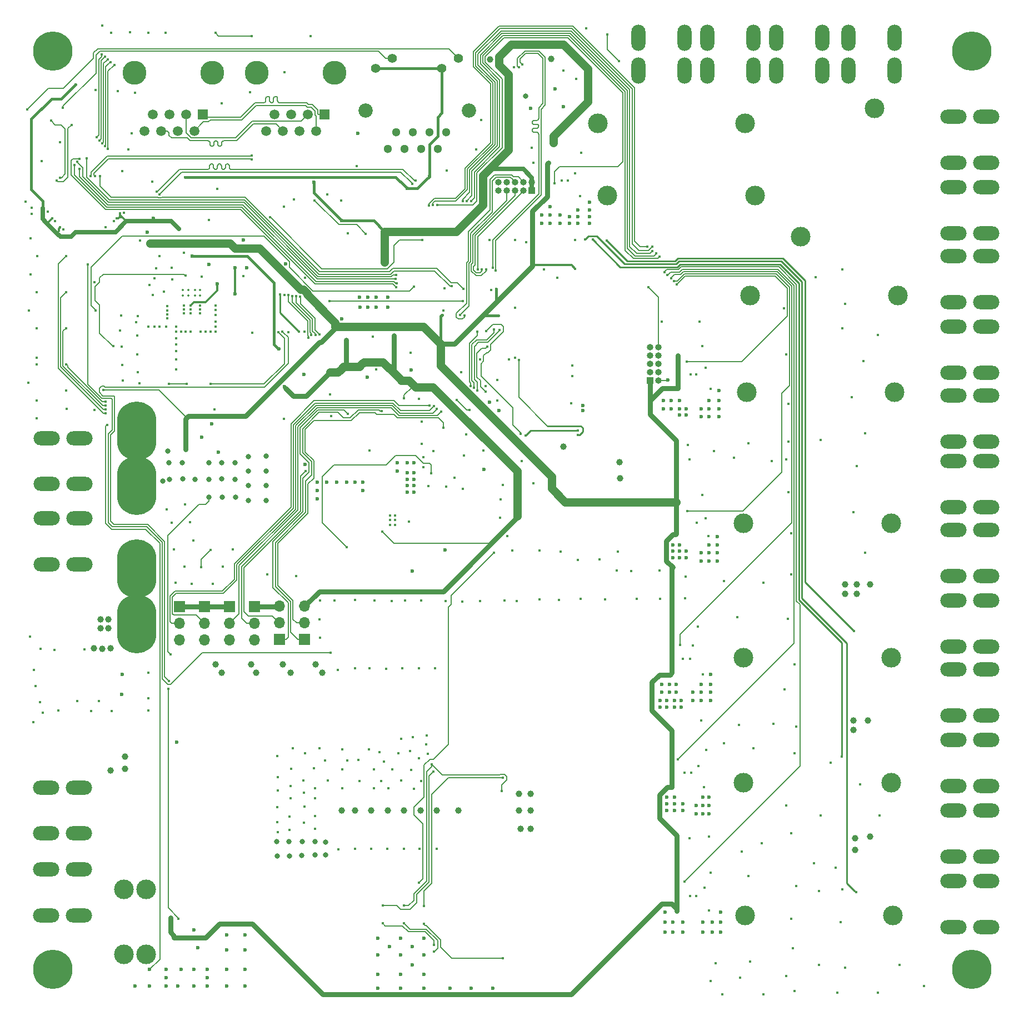
<source format=gbr>
G04 #@! TF.GenerationSoftware,KiCad,Pcbnew,(5.0.2)-1*
G04 #@! TF.CreationDate,2019-05-17T00:02:45-02:30*
G04 #@! TF.ProjectId,LVDC Distribution,4c564443-2044-4697-9374-726962757469,rev?*
G04 #@! TF.SameCoordinates,Original*
G04 #@! TF.FileFunction,Copper,L3,Inr*
G04 #@! TF.FilePolarity,Positive*
%FSLAX46Y46*%
G04 Gerber Fmt 4.6, Leading zero omitted, Abs format (unit mm)*
G04 Created by KiCad (PCBNEW (5.0.2)-1) date 5/17/2019 12:02:45 AM*
%MOMM*%
%LPD*%
G01*
G04 APERTURE LIST*
G04 #@! TA.AperFunction,ViaPad*
%ADD10O,6.000000X9.000000*%
G04 #@! TD*
G04 #@! TA.AperFunction,ViaPad*
%ADD11O,4.000000X2.150000*%
G04 #@! TD*
G04 #@! TA.AperFunction,ViaPad*
%ADD12O,2.150000X4.000000*%
G04 #@! TD*
G04 #@! TA.AperFunction,ViaPad*
%ADD13C,1.408000*%
G04 #@! TD*
G04 #@! TA.AperFunction,ViaPad*
%ADD14C,2.184400*%
G04 #@! TD*
G04 #@! TA.AperFunction,ViaPad*
%ADD15C,1.300000*%
G04 #@! TD*
G04 #@! TA.AperFunction,ViaPad*
%ADD16O,1.000000X1.000000*%
G04 #@! TD*
G04 #@! TA.AperFunction,ViaPad*
%ADD17R,1.000000X1.000000*%
G04 #@! TD*
G04 #@! TA.AperFunction,ViaPad*
%ADD18C,0.350000*%
G04 #@! TD*
G04 #@! TA.AperFunction,ViaPad*
%ADD19C,6.000000*%
G04 #@! TD*
G04 #@! TA.AperFunction,ViaPad*
%ADD20C,1.500000*%
G04 #@! TD*
G04 #@! TA.AperFunction,ViaPad*
%ADD21R,1.500000X1.500000*%
G04 #@! TD*
G04 #@! TA.AperFunction,WasherPad*
%ADD22C,3.650000*%
G04 #@! TD*
G04 #@! TA.AperFunction,ViaPad*
%ADD23O,1.700000X1.700000*%
G04 #@! TD*
G04 #@! TA.AperFunction,ViaPad*
%ADD24R,1.700000X1.700000*%
G04 #@! TD*
G04 #@! TA.AperFunction,ViaPad*
%ADD25C,3.000000*%
G04 #@! TD*
G04 #@! TA.AperFunction,ViaPad*
%ADD26C,0.400000*%
G04 #@! TD*
G04 #@! TA.AperFunction,ViaPad*
%ADD27C,0.600000*%
G04 #@! TD*
G04 #@! TA.AperFunction,ViaPad*
%ADD28C,1.000000*%
G04 #@! TD*
G04 #@! TA.AperFunction,ViaPad*
%ADD29C,0.800000*%
G04 #@! TD*
G04 #@! TA.AperFunction,Conductor*
%ADD30C,0.152400*%
G04 #@! TD*
G04 #@! TA.AperFunction,Conductor*
%ADD31C,1.270000*%
G04 #@! TD*
G04 #@! TA.AperFunction,Conductor*
%ADD32C,0.762000*%
G04 #@! TD*
G04 #@! TA.AperFunction,Conductor*
%ADD33C,0.406400*%
G04 #@! TD*
G04 #@! TA.AperFunction,Conductor*
%ADD34C,0.304800*%
G04 #@! TD*
G04 #@! TA.AperFunction,Conductor*
%ADD35C,0.635000*%
G04 #@! TD*
G04 #@! TA.AperFunction,Conductor*
%ADD36C,0.250000*%
G04 #@! TD*
G04 #@! TA.AperFunction,Conductor*
%ADD37C,0.200000*%
G04 #@! TD*
G04 APERTURE END LIST*
D10*
G04 #@! TO.N,Net-(F201-Pad2)*
G04 #@! TO.C,F201*
X67775000Y-83950000D03*
X67775000Y-92280000D03*
G04 #@! TO.N,LPBAT_Voltage*
X67775000Y-62920000D03*
X67775000Y-71250000D03*
G04 #@! TD*
D11*
G04 #@! TO.N,Net-(D201-Pad1)*
G04 #@! TO.C,J201*
X54005000Y-64000000D03*
X54005000Y-71000000D03*
X59005000Y-71000000D03*
X59005000Y-64000000D03*
G04 #@! TD*
G04 #@! TO.N,Net-(F202-Pad2)*
G04 #@! TO.C,J202*
X53995000Y-117250000D03*
X53995000Y-124250000D03*
X58995000Y-124250000D03*
X58995000Y-117250000D03*
G04 #@! TD*
G04 #@! TO.N,Net-(D202-Pad1)*
G04 #@! TO.C,J203*
X53995000Y-129750000D03*
X53995000Y-136750000D03*
X58995000Y-136750000D03*
X58995000Y-129750000D03*
G04 #@! TD*
G04 #@! TO.N,Net-(F201-Pad2)*
G04 #@! TO.C,J204*
X54005000Y-76250000D03*
X54005000Y-83250000D03*
X59005000Y-83250000D03*
X59005000Y-76250000D03*
G04 #@! TD*
D12*
G04 #@! TO.N,Net-(F309-Pad1)*
G04 #@! TO.C,J301*
X183250000Y-2995000D03*
X176250000Y-2995000D03*
X176250000Y-7995000D03*
X183250000Y-7995000D03*
G04 #@! TD*
G04 #@! TO.N,Net-(F305-Pad1)*
G04 #@! TO.C,J302*
X172250000Y-2995000D03*
X165250000Y-2995000D03*
X165250000Y-7995000D03*
X172250000Y-7995000D03*
G04 #@! TD*
G04 #@! TO.N,Net-(F306-Pad1)*
G04 #@! TO.C,J303*
X161750000Y-2995000D03*
X154750000Y-2995000D03*
X154750000Y-7995000D03*
X161750000Y-7995000D03*
G04 #@! TD*
G04 #@! TO.N,GND*
G04 #@! TO.C,J304*
X151250000Y-2995000D03*
X144250000Y-2995000D03*
X144250000Y-7995000D03*
X151250000Y-7995000D03*
G04 #@! TD*
D11*
G04 #@! TO.N,Net-(F302-Pad1)*
G04 #@! TO.C,J305*
X197250000Y-64500000D03*
X197250000Y-57500000D03*
X192250000Y-57500000D03*
X192250000Y-64500000D03*
G04 #@! TD*
G04 #@! TO.N,GND*
G04 #@! TO.C,J306*
X197250000Y-74500000D03*
X197250000Y-67500000D03*
X192250000Y-67500000D03*
X192250000Y-74500000D03*
G04 #@! TD*
G04 #@! TO.N,Net-(F304-Pad1)*
G04 #@! TO.C,J307*
X197250000Y-127750000D03*
X197250000Y-120750000D03*
X192250000Y-120750000D03*
X192250000Y-127750000D03*
G04 #@! TD*
G04 #@! TO.N,Net-(J308-Pad1)*
G04 #@! TO.C,J308*
X197250000Y-138500000D03*
X197250000Y-131500000D03*
X192250000Y-131500000D03*
X192250000Y-138500000D03*
G04 #@! TD*
G04 #@! TO.N,Net-(F303-Pad1)*
G04 #@! TO.C,J309*
X197250000Y-106250000D03*
X197250000Y-99250000D03*
X192250000Y-99250000D03*
X192250000Y-106250000D03*
G04 #@! TD*
G04 #@! TO.N,Net-(J310-Pad1)*
G04 #@! TO.C,J310*
X197250000Y-117000000D03*
X197250000Y-110000000D03*
X192250000Y-110000000D03*
X192250000Y-117000000D03*
G04 #@! TD*
G04 #@! TO.N,Net-(F310-Pad1)*
G04 #@! TO.C,J311*
X192250000Y-36250000D03*
X192250000Y-43250000D03*
X197250000Y-43250000D03*
X197250000Y-36250000D03*
G04 #@! TD*
G04 #@! TO.N,GND*
G04 #@! TO.C,J312*
X192250000Y-47000000D03*
X192250000Y-54000000D03*
X197250000Y-54000000D03*
X197250000Y-47000000D03*
G04 #@! TD*
G04 #@! TO.N,Net-(F308-Pad1)*
G04 #@! TO.C,J313*
X197250000Y-85000000D03*
X197250000Y-78000000D03*
X192250000Y-78000000D03*
X192250000Y-85000000D03*
G04 #@! TD*
G04 #@! TO.N,Net-(J314-Pad1)*
G04 #@! TO.C,J314*
X197250000Y-95750000D03*
X197250000Y-88750000D03*
X192250000Y-88750000D03*
X192250000Y-95750000D03*
G04 #@! TD*
G04 #@! TO.N,Net-(F307-Pad1)*
G04 #@! TO.C,J315*
X192250000Y-15000000D03*
X192250000Y-22000000D03*
X197250000Y-22000000D03*
X197250000Y-15000000D03*
G04 #@! TD*
G04 #@! TO.N,GND*
G04 #@! TO.C,J316*
X192250000Y-25750000D03*
X192250000Y-32750000D03*
X197250000Y-32750000D03*
X197250000Y-25750000D03*
G04 #@! TD*
D13*
G04 #@! TO.N,/Wiznet Ethernet/LINK_LED_R*
G04 #@! TO.C,J601*
X106716380Y-6100870D03*
G04 #@! TO.N,3V3A_W5500*
X114286380Y-7620870D03*
G04 #@! TO.N,/Wiznet Ethernet/ACT_LED_R*
X116824530Y-6100370D03*
G04 #@! TO.N,3V3A_W5500*
X104174530Y-7620370D03*
D14*
G04 #@! TO.N,Net-(J601-PadSH)*
X102625790Y-14048960D03*
X118375790Y-14048960D03*
D15*
G04 #@! TO.N,/Wiznet Ethernet/TX_R_P*
X114945790Y-17348960D03*
G04 #@! TO.N,/Wiznet Ethernet/TX_R_N*
X113675790Y-19888960D03*
G04 #@! TO.N,/Wiznet Ethernet/TCT_RCT*
X112405790Y-17348960D03*
G04 #@! TO.N,Net-(J601-PadR4)*
X111135791Y-19888960D03*
G04 #@! TO.N,Net-(J601-PadR5)*
X109865791Y-17348960D03*
G04 #@! TO.N,Net-(J601-PadR6)*
X108595790Y-19888960D03*
G04 #@! TO.N,/Wiznet Ethernet/RX_C_P*
X107325790Y-17348960D03*
G04 #@! TO.N,/Wiznet Ethernet/RX_C_N*
X106055790Y-19888960D03*
G04 #@! TD*
D16*
G04 #@! TO.N,~RESET~*
G04 #@! TO.C,J502*
X147250000Y-50170000D03*
G04 #@! TO.N,Net-(J502-Pad9)*
X145980000Y-50170000D03*
G04 #@! TO.N,Net-(J502-Pad8)*
X147250000Y-51440000D03*
G04 #@! TO.N,Net-(J502-Pad7)*
X145980000Y-51440000D03*
G04 #@! TO.N,Net-(J502-Pad6)*
X147250000Y-52710000D03*
G04 #@! TO.N,GND*
X145980000Y-52710000D03*
G04 #@! TO.N,SWCLK*
X147250000Y-53980000D03*
G04 #@! TO.N,GND*
X145980000Y-53980000D03*
G04 #@! TO.N,SWDIO*
X147250000Y-55250000D03*
D17*
G04 #@! TO.N,+3V3*
X145980000Y-55250000D03*
G04 #@! TD*
D18*
G04 #@! TO.N,GND*
G04 #@! TO.C,U801*
X74825000Y-42250000D03*
X75625000Y-42250000D03*
X77425000Y-42250000D03*
X76625000Y-42250000D03*
X74825000Y-41400000D03*
X75625000Y-41400000D03*
X77425000Y-41400000D03*
X76625000Y-41400000D03*
G04 #@! TD*
D19*
G04 #@! TO.N,Net-(H1-Pad1)*
G04 #@! TO.C,H1*
X55000000Y-5000000D03*
G04 #@! TD*
G04 #@! TO.N,Net-(H2-Pad1)*
G04 #@! TO.C,H2*
X55000000Y-145000000D03*
G04 #@! TD*
G04 #@! TO.N,Net-(H3-Pad1)*
G04 #@! TO.C,H3*
X195000000Y-5000000D03*
G04 #@! TD*
G04 #@! TO.N,Net-(H4-Pad1)*
G04 #@! TO.C,H4*
X195000000Y-145000000D03*
G04 #@! TD*
D16*
G04 #@! TO.N,GND*
G04 #@! TO.C,J1*
X122920000Y-24980000D03*
X122920000Y-26250000D03*
G04 #@! TO.N,Net-(J1-Pad8)*
X124190000Y-24980000D03*
G04 #@! TO.N,/SAMD21uC/EXT_SPI_SCLK*
X124190000Y-26250000D03*
G04 #@! TO.N,/SAMD21uC/EXT_SPI_CS1*
X125460000Y-24980000D03*
G04 #@! TO.N,/SAMD21uC/EXT_SPI_SDO*
X125460000Y-26250000D03*
G04 #@! TO.N,/SAMD21uC/EXT_SPI_CS0*
X126730000Y-24980000D03*
G04 #@! TO.N,/SAMD21uC/EXT_SPI_SDI*
X126730000Y-26250000D03*
G04 #@! TO.N,+5V*
X128000000Y-24980000D03*
D17*
X128000000Y-26250000D03*
G04 #@! TD*
D20*
G04 #@! TO.N,Net-(J6-Pad8)*
G04 #@! TO.C,J6*
X87504999Y-17174999D03*
G04 #@! TO.N,Net-(J6-Pad7)*
X88774999Y-14634999D03*
G04 #@! TO.N,/Power Outputs/NAP_PoE/TX-*
X90044999Y-17174999D03*
G04 #@! TO.N,Net-(J6-Pad5)*
X91314999Y-14634999D03*
G04 #@! TO.N,Net-(J6-Pad4)*
X92584999Y-17174999D03*
G04 #@! TO.N,/Power Outputs/NAP_PoE/TX+*
X93854999Y-14634999D03*
G04 #@! TO.N,/Power Outputs/NAP_PoE/RX-*
X95124999Y-17174999D03*
D21*
G04 #@! TO.N,/Power Outputs/NAP_PoE/RX+*
X96394999Y-14634999D03*
D22*
G04 #@! TO.N,*
X97884999Y-8284999D03*
X86014999Y-8284999D03*
G04 #@! TD*
G04 #@! TO.N,*
G04 #@! TO.C,J7*
X67424999Y-8284999D03*
X79294999Y-8284999D03*
D21*
G04 #@! TO.N,/Power Outputs/NAP_PoE/RX+*
X77804999Y-14634999D03*
D20*
G04 #@! TO.N,/Power Outputs/NAP_PoE/RX-*
X76534999Y-17174999D03*
G04 #@! TO.N,/Power Outputs/NAP_PoE/TX+*
X75264999Y-14634999D03*
G04 #@! TO.N,/Power Outputs/NAP_PoE/NAP_Vin+*
X73994999Y-17174999D03*
X72724999Y-14634999D03*
G04 #@! TO.N,/Power Outputs/NAP_PoE/TX-*
X71454999Y-17174999D03*
G04 #@! TO.N,GND*
X70184999Y-14634999D03*
X68914999Y-17174999D03*
G04 #@! TD*
D23*
G04 #@! TO.N,GND*
G04 #@! TO.C,J2*
X74300000Y-94755000D03*
G04 #@! TO.N,/SAMD21uC/AIN_0*
X74300000Y-92215000D03*
D24*
G04 #@! TO.N,+5V*
X74300000Y-89675000D03*
G04 #@! TD*
G04 #@! TO.N,+5V*
G04 #@! TO.C,J3*
X78100000Y-89675000D03*
D23*
G04 #@! TO.N,/SAMD21uC/AIN_1*
X78100000Y-92215000D03*
G04 #@! TO.N,GND*
X78100000Y-94755000D03*
G04 #@! TD*
G04 #@! TO.N,GND*
G04 #@! TO.C,J4*
X81900000Y-94755000D03*
G04 #@! TO.N,/SAMD21uC/AIN_2*
X81900000Y-92215000D03*
D24*
G04 #@! TO.N,+5V*
X81900000Y-89675000D03*
G04 #@! TD*
G04 #@! TO.N,+5V*
G04 #@! TO.C,J5*
X85700000Y-89675000D03*
D23*
G04 #@! TO.N,/SAMD21uC/AIN_3*
X85700000Y-92215000D03*
G04 #@! TO.N,GND*
X85700000Y-94755000D03*
G04 #@! TD*
D24*
G04 #@! TO.N,Net-(J1000-Pad1)*
G04 #@! TO.C,J1000*
X89500000Y-94705000D03*
D23*
G04 #@! TO.N,Net-(J1000-Pad2)*
X89500000Y-92165000D03*
G04 #@! TO.N,+5V*
X89500000Y-89625000D03*
G04 #@! TD*
G04 #@! TO.N,+5V*
G04 #@! TO.C,J1001*
X93325000Y-89625000D03*
G04 #@! TO.N,Net-(J1001-Pad2)*
X93325000Y-92165000D03*
D24*
G04 #@! TO.N,Net-(J1001-Pad1)*
X93325000Y-94705000D03*
G04 #@! TD*
D25*
G04 #@! TO.N,Net-(F302-Pad1)*
G04 #@! TO.C,F302*
X182750000Y-77000000D03*
G04 #@! TO.N,Net-(F302-Pad2)*
X160250000Y-77000000D03*
G04 #@! TD*
G04 #@! TO.N,Net-(F303-Pad2)*
G04 #@! TO.C,F303*
X160250000Y-116500000D03*
G04 #@! TO.N,Net-(F303-Pad1)*
X182750000Y-116500000D03*
G04 #@! TD*
G04 #@! TO.N,Net-(F304-Pad1)*
G04 #@! TO.C,F304*
X183000000Y-136750000D03*
G04 #@! TO.N,Net-(F304-Pad2)*
X160500000Y-136750000D03*
G04 #@! TD*
G04 #@! TO.N,Net-(F305-Pad2)*
G04 #@! TO.C,F305*
X139500000Y-27000000D03*
G04 #@! TO.N,Net-(F305-Pad1)*
X162000000Y-27000000D03*
G04 #@! TD*
G04 #@! TO.N,Net-(F306-Pad1)*
G04 #@! TO.C,F306*
X160500000Y-16000000D03*
G04 #@! TO.N,Net-(F305-Pad2)*
X138000000Y-16000000D03*
G04 #@! TD*
G04 #@! TO.N,Net-(F307-Pad2)*
G04 #@! TO.C,F307*
X161250000Y-42250000D03*
G04 #@! TO.N,Net-(F307-Pad1)*
X183750000Y-42250000D03*
G04 #@! TD*
G04 #@! TO.N,Net-(F308-Pad1)*
G04 #@! TO.C,F308*
X182750000Y-97500000D03*
G04 #@! TO.N,Net-(F308-Pad2)*
X160250000Y-97500000D03*
G04 #@! TD*
G04 #@! TO.N,Net-(F305-Pad2)*
G04 #@! TO.C,F309*
X168925000Y-33250000D03*
G04 #@! TO.N,Net-(F309-Pad1)*
X180175000Y-13764428D03*
G04 #@! TD*
G04 #@! TO.N,Net-(F307-Pad2)*
G04 #@! TO.C,F310*
X160750000Y-57000000D03*
G04 #@! TO.N,Net-(F310-Pad1)*
X183250000Y-57000000D03*
G04 #@! TD*
G04 #@! TO.N,HPBAT_Voltage*
G04 #@! TO.C,F202*
X65800000Y-142710000D03*
X69200000Y-142710000D03*
G04 #@! TO.N,Net-(F202-Pad2)*
X69200000Y-132790000D03*
X65800000Y-132790000D03*
G04 #@! TD*
D26*
G04 #@! TO.N,*
X106362500Y-75750000D03*
X107137500Y-75750000D03*
X107137500Y-77250000D03*
X106362500Y-77250000D03*
X106362500Y-76500000D03*
X107137500Y-76500000D03*
D27*
G04 #@! TO.N,GND*
X77050000Y-141625000D03*
X111500000Y-140250000D03*
X109750000Y-141500000D03*
X109750000Y-144250000D03*
X106250000Y-141500000D03*
X104500000Y-140250000D03*
X108000000Y-140250000D03*
X108000000Y-142750000D03*
X104500000Y-142750000D03*
X108000000Y-145750000D03*
X104500000Y-145750000D03*
X111500000Y-145750000D03*
X111500000Y-142750000D03*
D28*
X96000000Y-99750000D03*
X86000000Y-99750000D03*
X79750000Y-98500000D03*
X85208332Y-98500000D03*
X80750000Y-99750010D03*
X95000000Y-98500000D03*
X89999998Y-98500000D03*
X91249992Y-99750000D03*
D27*
X77700000Y-63850000D03*
X80250000Y-66150000D03*
X79175000Y-61825000D03*
X76450000Y-138950000D03*
X109000000Y-72250000D03*
X109000000Y-71250000D03*
X110000000Y-71250000D03*
X110000000Y-72250000D03*
X110000000Y-70250000D03*
X109000000Y-70250000D03*
X109000000Y-69250000D03*
X107500000Y-69000000D03*
X107500000Y-67750000D03*
X109000000Y-67750000D03*
X110000000Y-67750000D03*
X110000000Y-69250000D03*
X102250000Y-72000000D03*
X102250000Y-70750000D03*
X101000000Y-70750000D03*
X96750000Y-70750000D03*
X95250000Y-70750000D03*
X95250000Y-72000000D03*
X95250000Y-73250000D03*
X78750000Y-37500000D03*
X101750000Y-42500000D03*
X104250000Y-42500000D03*
X103000000Y-44000000D03*
X103000000Y-42500000D03*
D26*
X152120200Y-133750000D03*
X153000000Y-133750000D03*
X155000000Y-136025000D03*
X154300000Y-132525000D03*
X155225000Y-130250000D03*
X151250000Y-114950000D03*
X152225000Y-114950000D03*
X154175000Y-117150000D03*
X154525000Y-111500000D03*
X153375000Y-114000000D03*
X154025000Y-100000000D03*
X152075000Y-97650000D03*
X150975000Y-97650000D03*
X153250000Y-92750000D03*
X152475000Y-95625000D03*
X154425000Y-76225000D03*
X153975000Y-72625000D03*
X153075000Y-76875000D03*
X154850000Y-78950000D03*
X79575000Y-59600000D03*
X155200000Y-56500000D03*
X154500000Y-53250000D03*
X152200000Y-54250000D03*
X153050004Y-54250000D03*
X153925000Y-49950000D03*
X135350000Y-27075000D03*
X134550000Y-23625000D03*
X132550000Y-24700000D03*
X133500000Y-24725000D03*
D27*
X114750000Y-81000000D03*
X109750000Y-84250000D03*
D28*
X141350000Y-67650000D03*
X141400000Y-70150000D03*
X132750000Y-65250000D03*
D26*
X124500000Y-52000000D03*
D27*
X121500000Y-58500000D03*
X123000000Y-59750000D03*
X135750000Y-59760000D03*
X135750000Y-59000000D03*
D26*
X114478607Y-44583557D03*
X121750000Y-41450000D03*
X129825000Y-38275000D03*
X131875000Y-39525000D03*
X134550000Y-33775000D03*
X121500000Y-33825000D03*
X51550000Y-33500000D03*
X52575000Y-36275000D03*
X51575000Y-39025000D03*
X52550000Y-41775000D03*
X51350000Y-44525000D03*
X52525000Y-47250000D03*
X52500000Y-52800000D03*
X51250000Y-55550000D03*
X52525000Y-58275000D03*
X52525000Y-61000000D03*
D28*
X130900000Y-6225000D03*
D27*
X118750000Y-147868990D03*
X122000000Y-147868990D03*
X108000000Y-147868990D03*
X104500000Y-147868990D03*
X111500000Y-147868990D03*
X115500000Y-147868990D03*
X109575000Y-53575000D03*
X102925000Y-54750000D03*
X101775000Y-44000000D03*
D26*
X135500000Y-20500000D03*
X125437021Y-33800000D03*
X93375000Y-39575000D03*
X54201210Y-29513109D03*
X51775000Y-29775000D03*
X51800000Y-28925000D03*
X50850000Y-27925000D03*
X55350000Y-30900000D03*
X56600000Y-32225000D03*
X64325000Y-30950000D03*
X70100000Y-24900000D03*
X67475000Y-11350000D03*
X63875000Y-2175000D03*
X62500000Y-1125000D03*
X66725000Y-2150000D03*
X69500000Y-2200000D03*
X72175000Y-2225000D03*
X64866031Y-11120251D03*
X61514146Y-10905287D03*
X65550000Y-23275000D03*
X63050000Y-31882490D03*
X56100000Y-18925000D03*
X53325000Y-21775000D03*
X65800000Y-29608441D03*
X84025000Y-39275000D03*
D27*
X84000000Y-33801210D03*
X69340090Y-32596790D03*
D26*
X68250000Y-33903210D03*
X52500000Y-51725000D03*
X85366558Y-47900000D03*
X90875000Y-47825000D03*
D27*
X84550000Y-38050000D03*
D26*
X90225000Y-28725000D03*
X91750000Y-27650000D03*
X90175000Y-61100000D03*
X112950000Y-65950000D03*
X103275000Y-65900000D03*
D27*
X98250000Y-70750000D03*
X99725000Y-70750000D03*
X93450000Y-68025000D03*
X127750000Y-13750000D03*
X132750000Y-13500000D03*
X131500000Y-10750000D03*
X104250000Y-44000000D03*
X106031010Y-44000000D03*
X106031010Y-42500000D03*
D28*
X179500000Y-124750000D03*
X177000000Y-108500000D03*
X179225000Y-107000000D03*
X177000000Y-107000000D03*
D26*
X92075000Y-85050000D03*
D28*
X66025000Y-112575000D03*
X65975000Y-114425000D03*
X63750000Y-114625000D03*
D26*
X125400000Y-44125000D03*
X97225000Y-57325000D03*
D27*
X93275000Y-54275000D03*
X120675000Y-68725000D03*
D26*
X97425000Y-60626210D03*
D29*
X96575000Y-125550000D03*
X96575000Y-127500000D03*
X94950000Y-127525000D03*
X94925000Y-125500000D03*
X92975000Y-125500000D03*
X92925000Y-127600000D03*
X91025000Y-127675000D03*
X90925000Y-125500000D03*
X89125000Y-125475000D03*
X89150000Y-127675000D03*
D26*
X98500000Y-126675000D03*
X101025000Y-126575000D03*
X103475000Y-126625000D03*
X105975000Y-126625000D03*
X108500000Y-126625000D03*
X113475000Y-126625000D03*
X98450000Y-99300000D03*
X101025000Y-99100000D03*
X103225000Y-99100000D03*
X105800000Y-99125000D03*
X108275000Y-99100000D03*
X110750000Y-99100000D03*
X113250000Y-99100000D03*
X127083739Y-34158739D03*
X98900000Y-27825000D03*
X99925000Y-32750000D03*
X96775000Y-26812411D03*
D28*
X121629989Y-6300000D03*
D26*
X125250000Y-7500000D03*
D27*
X101450000Y-17500000D03*
D26*
X114650000Y-41150000D03*
X94925000Y-123550000D03*
X94900000Y-121625000D03*
X94925000Y-118850000D03*
X94925000Y-117325000D03*
X99075000Y-117375000D03*
X103950000Y-117350000D03*
X106125000Y-117400000D03*
X110000000Y-117450000D03*
X108050000Y-116175000D03*
X105050000Y-116225000D03*
X101725000Y-116225000D03*
X96875000Y-116200000D03*
X93200000Y-116150000D03*
X93225000Y-118050000D03*
X93300000Y-120125000D03*
X93250000Y-122650000D03*
X91075000Y-123700000D03*
X91075000Y-121675000D03*
X91175000Y-118925000D03*
X91250000Y-117025000D03*
X91275000Y-114375000D03*
X94775000Y-114325000D03*
X99050000Y-114500000D03*
X103925000Y-114500000D03*
X106675000Y-114525000D03*
X109575000Y-114600000D03*
X110800000Y-112800000D03*
X111850000Y-110700000D03*
X111950000Y-109325000D03*
X112125000Y-112125000D03*
X109800000Y-109575000D03*
X109400000Y-111725000D03*
X108025000Y-109850000D03*
X107650000Y-112025000D03*
X104725000Y-111850000D03*
X105400000Y-113275000D03*
X101525000Y-113025000D03*
X103125000Y-111475000D03*
X99075000Y-111450000D03*
X99875000Y-113150000D03*
X96475000Y-113100000D03*
X95650000Y-111275000D03*
X93450000Y-112050000D03*
X91525000Y-111275000D03*
X89150000Y-112425000D03*
X89300000Y-115700000D03*
X89275000Y-117725000D03*
X89150000Y-120225000D03*
X89225000Y-122525000D03*
X89300000Y-124050000D03*
X59825000Y-96225000D03*
X55225000Y-96250000D03*
X53150000Y-96125000D03*
X69550000Y-99725000D03*
X69550000Y-103625000D03*
X69550000Y-105550000D03*
X63975000Y-105600000D03*
X62025000Y-104075000D03*
X60850000Y-105575000D03*
X58675000Y-104100000D03*
X55800000Y-105550000D03*
X53050000Y-104200000D03*
X53450000Y-105875000D03*
X52325000Y-101750000D03*
X52075000Y-99325000D03*
X73700000Y-86025000D03*
X76125000Y-86175000D03*
X79400000Y-86175000D03*
X80875000Y-83600000D03*
X82375000Y-80950000D03*
X79025000Y-81025000D03*
X77550000Y-83700000D03*
X75025000Y-83550000D03*
X73450000Y-80950000D03*
X76375000Y-79625000D03*
X75925000Y-76800000D03*
X73125000Y-76850000D03*
X72375000Y-74825000D03*
X75150000Y-74075000D03*
X87625000Y-84800000D03*
X108650000Y-88775000D03*
X106600000Y-88800000D03*
X104025000Y-88775000D03*
X101050000Y-88675000D03*
X97875000Y-88775000D03*
X95675000Y-88775000D03*
X95625000Y-91625000D03*
X95700000Y-94450000D03*
X111075000Y-88750000D03*
X114850000Y-88800000D03*
X117400000Y-88900000D03*
X120075000Y-88850000D03*
X123800000Y-88750000D03*
X125650000Y-88800000D03*
X129175000Y-88600000D03*
X132075000Y-88625000D03*
X135425000Y-88500000D03*
X139175000Y-88600000D03*
X143975000Y-88500000D03*
X147550000Y-88475000D03*
X151350000Y-88425000D03*
X151425000Y-85125000D03*
X147425000Y-84200000D03*
X143100000Y-84275000D03*
X140925000Y-84150000D03*
X141050000Y-81325000D03*
X138250000Y-82450000D03*
X135025000Y-82525000D03*
X132400000Y-81300000D03*
X129175000Y-81125000D03*
X124975000Y-81150000D03*
X124200000Y-78900000D03*
X123125000Y-76100000D03*
X123200000Y-73350000D03*
X123575000Y-71100000D03*
X117450000Y-71700000D03*
X116150000Y-70050000D03*
X114950000Y-71425000D03*
X112250000Y-71300000D03*
X111475000Y-68400000D03*
X111475000Y-66900000D03*
X111225000Y-64875000D03*
X111225000Y-61475000D03*
X110750000Y-58025000D03*
X116525000Y-58200000D03*
X118475000Y-59725000D03*
X126425000Y-67525000D03*
X128175000Y-70850000D03*
X134150000Y-52950000D03*
X134175000Y-54500000D03*
X122675000Y-55125000D03*
X122725000Y-58225000D03*
X120925000Y-56050000D03*
X117200000Y-53925000D03*
X117625000Y-66650000D03*
X117950000Y-63450000D03*
X120625000Y-65850000D03*
X70750000Y-38075000D03*
X71275000Y-36250000D03*
X70475000Y-39625000D03*
X72450000Y-45100000D03*
X72450000Y-44525000D03*
X72450000Y-43900000D03*
X72450000Y-45775000D03*
X73150000Y-39800000D03*
X73075000Y-38000000D03*
X56975000Y-56775000D03*
X57125000Y-59550000D03*
X65675000Y-55225000D03*
X68225000Y-55600000D03*
X67900000Y-53925000D03*
X65600000Y-52825000D03*
X67875000Y-51275000D03*
X65475000Y-50050000D03*
X67850000Y-48325000D03*
X65200000Y-47575000D03*
X67700000Y-46325000D03*
X65425000Y-45325000D03*
X67925000Y-45425000D03*
X69725000Y-40675000D03*
X70225000Y-42200000D03*
X71900000Y-41650000D03*
X153500000Y-46250000D03*
X147750000Y-46250000D03*
X120076210Y-52026779D03*
X111098790Y-116230087D03*
X110898790Y-126625000D03*
X61313268Y-59736732D03*
X72700000Y-55761739D03*
X75350000Y-55761739D03*
D28*
X62290000Y-93010000D03*
X62270000Y-91640000D03*
X63460000Y-91600000D03*
X63460000Y-92950000D03*
X61270000Y-96060000D03*
X62480000Y-96080000D03*
X63790000Y-96050000D03*
D26*
X103750000Y-48500000D03*
X104250000Y-53500000D03*
X109500000Y-51000000D03*
D27*
X90458441Y-37395352D03*
D26*
X90300000Y-42200000D03*
X93366557Y-47775000D03*
X132750000Y-8000000D03*
X134750000Y-9250000D03*
X139500000Y-2500000D03*
X141250000Y-6500000D03*
X136250000Y-1500000D03*
X120250000Y-15500000D03*
X128250000Y-22000000D03*
X128000000Y-19750000D03*
X119500000Y-20000000D03*
X115000000Y-23250000D03*
X101250000Y-22500000D03*
X80750000Y-13000000D03*
X85000000Y-11250000D03*
X90250000Y-8250000D03*
X94250000Y-2750000D03*
X85250000Y-2750000D03*
X79750000Y-2250000D03*
X67000000Y-17500000D03*
X66500000Y-20000000D03*
X78750000Y-30750000D03*
X80000000Y-26000000D03*
D28*
X177250000Y-126750000D03*
X177250000Y-125000000D03*
X179500000Y-86250000D03*
X177500000Y-86250000D03*
X177500000Y-87750000D03*
X175750000Y-87750000D03*
X175750000Y-86250000D03*
D26*
X175250000Y-132750000D03*
X175000000Y-137750000D03*
X175750000Y-144750000D03*
X184000000Y-144250000D03*
X187750000Y-147500000D03*
X180750000Y-148500000D03*
X174500000Y-148500000D03*
X168000000Y-148250000D03*
X163250000Y-148750000D03*
X157000000Y-148750000D03*
X155250000Y-146750000D03*
X156000000Y-144000000D03*
X161250000Y-143750000D03*
X159750000Y-146250000D03*
X166750000Y-146000000D03*
X167750000Y-141750000D03*
X171750000Y-144250000D03*
X167500000Y-137250000D03*
X171750000Y-133000000D03*
X168250000Y-132250000D03*
X174250000Y-129500000D03*
X171000000Y-128750000D03*
X160000000Y-127000000D03*
X163000000Y-125750000D03*
X155000000Y-124750000D03*
X152000000Y-125000000D03*
X167500000Y-124250000D03*
X161000000Y-130750000D03*
X166750000Y-120000000D03*
X172000000Y-121500000D03*
X181000000Y-121500000D03*
X178000000Y-116750000D03*
X173500000Y-113500000D03*
X168000000Y-112000000D03*
X161750000Y-111250000D03*
X157250000Y-110500000D03*
X159500000Y-107750000D03*
X153750000Y-107000000D03*
X164750000Y-107500000D03*
X168250000Y-108000000D03*
X166500000Y-102250000D03*
X168000000Y-98500000D03*
X167000000Y-91500000D03*
X159250000Y-91250000D03*
X157250000Y-85750000D03*
X163250000Y-86000000D03*
X166750000Y-67250000D03*
X158750000Y-67000000D03*
X152000000Y-67250000D03*
X151750000Y-65000000D03*
X155750000Y-66000000D03*
X161000000Y-64750000D03*
X164500000Y-67500000D03*
X172000000Y-64250000D03*
X178750000Y-63250000D03*
X177500000Y-68250000D03*
X177000000Y-75250000D03*
X178750000Y-81500000D03*
X176750000Y-57750000D03*
X178500000Y-52250000D03*
X180750000Y-48250000D03*
X175250000Y-47250000D03*
X175750000Y-43500000D03*
X175250000Y-38250000D03*
X171250000Y-39500000D03*
X109224934Y-76750000D03*
X167470146Y-84750000D03*
X167117735Y-64500000D03*
X166412913Y-44250000D03*
X167117735Y-72250000D03*
X167470146Y-78500000D03*
X166765324Y-51250000D03*
X167117735Y-58749428D03*
G04 #@! TO.N,+3V3*
X150025000Y-136050000D03*
X149300000Y-117175000D03*
X149025000Y-100050000D03*
X149325000Y-94075000D03*
X149900000Y-78650000D03*
X149950000Y-73725000D03*
X75675000Y-60675000D03*
X75250000Y-65750000D03*
X150225000Y-56375000D03*
X150225000Y-51400000D03*
X130325000Y-26875000D03*
X114300000Y-45200000D03*
X122575000Y-41250000D03*
X134575000Y-38175000D03*
D28*
X131000000Y-71675000D03*
X82775000Y-35075000D03*
X69775000Y-34300000D03*
D26*
X122900000Y-45275000D03*
X73450000Y-140150000D03*
X72900000Y-137100000D03*
X150025000Y-131350000D03*
X149300000Y-111900000D03*
X130500000Y-22000014D03*
X62724268Y-56675805D03*
X111275000Y-33775000D03*
X88100000Y-30325000D03*
D27*
G04 #@! TO.N,/Inputs and Fusing/HP_Vin+*
X76500000Y-145000000D03*
X76500000Y-147500000D03*
X78500000Y-147500000D03*
X78500000Y-146250000D03*
X78500000Y-145000000D03*
X81500000Y-145000000D03*
X81500000Y-147500000D03*
X84250000Y-147500000D03*
X84250000Y-145000000D03*
X84250000Y-142000000D03*
X81500000Y-142000000D03*
X81500000Y-139750000D03*
X84250000Y-139750000D03*
X73875000Y-110325000D03*
X65475000Y-103050000D03*
D29*
G04 #@! TO.N,/Inputs and Fusing/LP_Vin+*
X78750000Y-67750000D03*
X80750000Y-67750000D03*
X87500000Y-66750000D03*
X87500000Y-69000000D03*
X87500000Y-73500000D03*
X84750000Y-73500000D03*
X78750000Y-70250000D03*
X78750000Y-73000000D03*
X84750000Y-69000000D03*
X84750000Y-71250000D03*
X87500000Y-71250000D03*
D26*
X77375000Y-45000000D03*
X77375000Y-44365000D03*
X79750000Y-43750000D03*
X79750000Y-44500000D03*
X79750000Y-45250000D03*
X79750000Y-46250000D03*
X79750000Y-47750000D03*
X79000000Y-47750000D03*
X77500000Y-47750000D03*
X78250000Y-47750000D03*
X79750000Y-47000000D03*
X77375000Y-43802410D03*
D27*
X130750000Y-28750000D03*
X130750000Y-30000000D03*
X130750000Y-31250000D03*
X132250000Y-31250000D03*
X132250000Y-30000000D03*
X129500000Y-31250000D03*
X129500000Y-30000000D03*
D29*
X80750000Y-70200000D03*
X80800000Y-73000000D03*
X82800000Y-73000000D03*
X82775000Y-70300000D03*
X82725000Y-67750000D03*
X84750000Y-66800000D03*
D27*
X65575000Y-99975000D03*
D26*
X125450000Y-51725000D03*
X72925000Y-96975000D03*
D27*
G04 #@! TO.N,/Power Conversion/LP12V*
X150500000Y-58250000D03*
X150500000Y-59500000D03*
X150500000Y-60500000D03*
X149250000Y-59500000D03*
X149250000Y-58250000D03*
X148000000Y-58250000D03*
X148000000Y-59500000D03*
X151500000Y-60500000D03*
X151500000Y-59500000D03*
D26*
X110000000Y-40925000D03*
X61525000Y-44517541D03*
D28*
G04 #@! TO.N,/Power Conversion/HP12V*
X99000002Y-120750000D03*
X101000000Y-120750000D03*
X103500000Y-120750000D03*
X106000000Y-120750000D03*
X108500000Y-120750000D03*
X111000000Y-120750000D03*
X113500000Y-120750000D03*
X116750000Y-120750000D03*
X126000000Y-120750000D03*
X126000000Y-118250000D03*
X127750000Y-118250000D03*
X127750000Y-120750000D03*
X127750000Y-123500000D03*
X126250016Y-123500000D03*
D27*
X149750000Y-118750000D03*
X148500000Y-118750000D03*
X148500000Y-119750000D03*
X148500000Y-120750000D03*
X149750000Y-120750000D03*
X149750000Y-119750000D03*
X151000000Y-120750000D03*
X151000000Y-119750000D03*
X151000000Y-137750000D03*
X149500000Y-137750000D03*
X148250000Y-137750000D03*
X148250000Y-136250000D03*
X148250000Y-139250000D03*
X149500000Y-139250000D03*
X151000000Y-139250000D03*
X150000000Y-101500000D03*
X149000000Y-101500000D03*
X147750000Y-101500000D03*
X147750000Y-102750000D03*
X149000000Y-102750000D03*
X150000000Y-102750000D03*
X150750000Y-104000000D03*
X149750000Y-104000000D03*
X148500000Y-104000000D03*
X147500000Y-104000000D03*
X147500000Y-105000000D03*
X148500000Y-105000000D03*
X149750000Y-105000000D03*
X150750000Y-105000000D03*
D26*
X97350000Y-96675000D03*
X60325000Y-37550000D03*
G04 #@! TO.N,Net-(C805-Pad1)*
X75000000Y-43750000D03*
X74500000Y-47750000D03*
X75250000Y-47750000D03*
X76000000Y-47750000D03*
X73750000Y-47000000D03*
X72250000Y-47000000D03*
X70500000Y-47000000D03*
X69500000Y-47000000D03*
X71250000Y-47000000D03*
X73750000Y-47750000D03*
X73750000Y-48750000D03*
X73750000Y-49750000D03*
X73750000Y-50750000D03*
X73750000Y-52000000D03*
X73750000Y-53500000D03*
X76000000Y-43750000D03*
X76000000Y-44365000D03*
X75000000Y-44365000D03*
X76000000Y-45000000D03*
X75000000Y-45000000D03*
D27*
X80000000Y-40500000D03*
G04 #@! TO.N,Net-(C805-Pad2)*
X82750000Y-42000000D03*
X82750000Y-38000000D03*
D26*
G04 #@! TO.N,/Power Conversion/LP24V*
X61325000Y-40225000D03*
G04 #@! TO.N,Net-(D201-Pad1)*
X51500000Y-94250000D03*
G04 #@! TO.N,Net-(D202-Pad1)*
X52000000Y-107250000D03*
D29*
G04 #@! TO.N,LPBAT_Voltage*
X74725000Y-67775000D03*
X74750000Y-70225000D03*
X76650000Y-70275000D03*
X72725000Y-70250000D03*
X72675000Y-67775000D03*
X71750000Y-70500000D03*
X72500000Y-66000000D03*
D27*
G04 #@! TO.N,HPBAT_Voltage*
X72250000Y-145000000D03*
X72250000Y-146250000D03*
X72250000Y-147500000D03*
X74000000Y-147500000D03*
X74500000Y-145000000D03*
X67500000Y-147500000D03*
X69750000Y-147500000D03*
X69750000Y-145000000D03*
D26*
X63250000Y-62000000D03*
D27*
G04 #@! TO.N,Net-(F302-Pad2)*
X155000000Y-80250000D03*
X156250000Y-80250000D03*
X156250000Y-81500000D03*
X156250000Y-82750000D03*
X155000000Y-82750000D03*
X155000000Y-81500000D03*
X153750000Y-81500000D03*
X153750000Y-82750000D03*
X156250000Y-79000000D03*
G04 #@! TO.N,Net-(F303-Pad2)*
X154000000Y-118750000D03*
X155000000Y-118750000D03*
X155000000Y-120000000D03*
X154000000Y-120000000D03*
X153000000Y-120000000D03*
X153000000Y-121250000D03*
X154000000Y-121250000D03*
X155000000Y-121250000D03*
G04 #@! TO.N,Net-(F304-Pad2)*
X154000000Y-137750000D03*
X154000000Y-139250000D03*
X155500000Y-139250000D03*
X155500000Y-137750000D03*
X156750000Y-137750000D03*
X156750000Y-139250000D03*
X156750000Y-136250000D03*
G04 #@! TO.N,Net-(F305-Pad2)*
X135000000Y-29250000D03*
X135000000Y-30250000D03*
X135000000Y-31250000D03*
X133750000Y-31250000D03*
X133750000Y-30250000D03*
X136750000Y-30250000D03*
X136750000Y-31250000D03*
X136750000Y-29250000D03*
X136750000Y-28000000D03*
G04 #@! TO.N,Net-(F307-Pad2)*
X155000000Y-58250000D03*
X155000000Y-59500000D03*
X155000000Y-60750000D03*
X153750000Y-60750000D03*
X153750000Y-59500000D03*
X156500000Y-59500000D03*
X156500000Y-60750000D03*
X156500000Y-58250000D03*
X156500000Y-56750000D03*
G04 #@! TO.N,Net-(F308-Pad2)*
X153750000Y-101500000D03*
X153750000Y-102750000D03*
X153750000Y-104000000D03*
X152500000Y-104000000D03*
X152500000Y-102750000D03*
X155250000Y-102750000D03*
X155250000Y-104000000D03*
X155250000Y-101500000D03*
X155250000Y-100000000D03*
D29*
G04 #@! TO.N,Net-(F501-Pad2)*
X127060000Y-11875000D03*
D26*
G04 #@! TO.N,USB-*
X126479810Y-7020190D03*
X121998790Y-38020190D03*
G04 #@! TO.N,USB+*
X122479810Y-38479810D03*
X126020190Y-7479810D03*
D27*
G04 #@! TO.N,SWDIO*
X148700000Y-55100000D03*
D26*
G04 #@! TO.N,~RESET~*
X145750000Y-41000000D03*
D27*
G04 #@! TO.N,3V3A_W5500*
X74225000Y-32125000D03*
D26*
X55050000Y-12250000D03*
X58475000Y-10050000D03*
X53425000Y-28975000D03*
X54933852Y-30467756D03*
X56116957Y-31869074D03*
X62425000Y-32600000D03*
X64725000Y-30500000D03*
X65218550Y-29756531D03*
X75100000Y-24225000D03*
D27*
X70325000Y-30500000D03*
X108954678Y-25921380D03*
X112350000Y-24125000D03*
D26*
G04 #@! TO.N,/Wiznet Ethernet/ACT_LED_R*
X51100000Y-13875000D03*
G04 #@! TO.N,/Wiznet Ethernet/LINK_LED_R*
X56525000Y-13625000D03*
G04 #@! TO.N,COOL_PUMP_CTRL_2*
X136125000Y-33725000D03*
X177375000Y-133200000D03*
G04 #@! TO.N,INVERTER_CTRL*
X139350000Y-33875000D03*
X177025000Y-93375000D03*
G04 #@! TO.N,COOL_PUMP_CTRL_1*
X137275000Y-33750000D03*
X175225000Y-112525000D03*
G04 #@! TO.N,/Wiznet Ethernet/LINK_LED*
X55575000Y-24700000D03*
X57825000Y-16275000D03*
G04 #@! TO.N,/Wiznet Ethernet/ACT_LED*
X56050000Y-24275000D03*
X54700000Y-15625000D03*
G04 #@! TO.N,NETW_RESET_L*
X60125000Y-21375004D03*
X115775000Y-40850000D03*
G04 #@! TO.N,NETW_INT_L*
X117525000Y-41260002D03*
X62150000Y-24075000D03*
G04 #@! TO.N,/Wiznet Ethernet/RSVD1*
X61649886Y-18138821D03*
X62400489Y-5547263D03*
G04 #@! TO.N,/Wiznet Ethernet/RSVD2*
X62075000Y-18650000D03*
X62936685Y-5816537D03*
G04 #@! TO.N,/Wiznet Ethernet/RSVD3*
X62474382Y-19099453D03*
X63365170Y-6236554D03*
G04 #@! TO.N,/Wiznet Ethernet/RSVD4*
X62923790Y-19497004D03*
X63761258Y-6704755D03*
G04 #@! TO.N,/Wiznet Ethernet/RSVD5*
X63400000Y-19950000D03*
X64374992Y-7125000D03*
G04 #@! TO.N,/Wiznet Ethernet/TX_P*
X109770190Y-25229810D03*
X71254808Y-26854810D03*
G04 #@! TO.N,/Wiznet Ethernet/TX_N*
X110229810Y-24770190D03*
X70795188Y-26395190D03*
G04 #@! TO.N,/Wiznet Ethernet/RX_P*
X60725000Y-24024998D03*
X85300000Y-20900000D03*
G04 #@! TO.N,/Wiznet Ethernet/RX_N*
X61375000Y-24024998D03*
X85300000Y-21550000D03*
G04 #@! TO.N,Net-(R701-Pad2)*
X113100000Y-142275000D03*
X108500000Y-137925000D03*
G04 #@! TO.N,Net-(R701-Pad1)*
X112750000Y-113750000D03*
X108500000Y-135250000D03*
X123400000Y-117800000D03*
G04 #@! TO.N,LP12V_VSense*
X56975000Y-47267541D03*
X62979359Y-59050327D03*
G04 #@! TO.N,LP5V_VSense*
X57025000Y-52767541D03*
X63001891Y-58450738D03*
G04 #@! TO.N,LP24V_VSense*
X57000000Y-41767541D03*
X62979516Y-59650338D03*
G04 #@! TO.N,HP12V_VSense*
X57000000Y-36267541D03*
X62999980Y-60250000D03*
G04 #@! TO.N,LPBatt_Current*
X89318436Y-47872769D03*
X79025000Y-55761739D03*
G04 #@! TO.N,HPBatt_Current*
X89950000Y-47725000D03*
X72700000Y-101025000D03*
X72625000Y-102225000D03*
X74150000Y-137225000D03*
G04 #@! TO.N,Nodes_Current*
X113550000Y-28450000D03*
X131450000Y-25175000D03*
G04 #@! TO.N,LP5V_Output_Current*
X151625000Y-75100000D03*
X117425589Y-27878227D03*
X149625000Y-40050000D03*
X146350000Y-35475000D03*
G04 #@! TO.N,CoolingP1_Current*
X150250000Y-112925000D03*
X118024990Y-27851157D03*
X148648424Y-39126576D03*
X146948424Y-35851576D03*
G04 #@! TO.N,CoolingP2_Current*
X151250000Y-131575000D03*
X118725000Y-27875000D03*
X148185924Y-38664076D03*
X147436529Y-36339681D03*
G04 #@! TO.N,LP12V_Output_Current*
X151600000Y-52325000D03*
X112325079Y-28535852D03*
X150100000Y-40550000D03*
X145550000Y-34850000D03*
G04 #@! TO.N,Inverter12V_Current*
X150550000Y-95550000D03*
X112924998Y-28446623D03*
X146350000Y-34800000D03*
X149172967Y-39601356D03*
G04 #@! TO.N,NETW_CS*
X59026210Y-22999998D03*
X107235791Y-39763784D03*
G04 #@! TO.N,NETW_MISO*
X107300396Y-39154926D03*
X58691223Y-21898070D03*
G04 #@! TO.N,NETW_MOSI*
X107321687Y-41020150D03*
X59028070Y-21401534D03*
G04 #@! TO.N,NETW_SCLK*
X107400000Y-40425000D03*
X58303198Y-22355728D03*
G04 #@! TO.N,+5V*
X105200000Y-78250000D03*
D27*
X150500000Y-80250000D03*
X149500000Y-80250000D03*
X149500000Y-81250000D03*
X149500000Y-82250000D03*
X150500000Y-82250000D03*
X151500000Y-82250000D03*
X151500000Y-81250000D03*
X150500000Y-81250000D03*
D26*
X64175000Y-50000000D03*
X75200000Y-39225000D03*
X75000000Y-35750000D03*
D28*
X125750000Y-75875000D03*
D27*
X90250000Y-56131400D03*
X97200000Y-53975000D03*
X99025000Y-45850000D03*
X99675000Y-49000000D03*
X105550000Y-32525000D03*
X94750000Y-25000000D03*
X76250000Y-36225000D03*
X89425000Y-50400000D03*
D26*
X108500000Y-57950000D03*
D27*
X106925000Y-48325000D03*
X99010544Y-30852051D03*
X105499998Y-37200000D03*
X101700000Y-53100000D03*
X99200000Y-53200000D03*
D28*
X131250000Y-19000000D03*
D26*
G04 #@! TO.N,/SAMD21uC/ADC_Sensors/5V_FILT*
X92460000Y-47775000D03*
X89600014Y-42100000D03*
G04 #@! TO.N,Net-(J1001-Pad1)*
X105100000Y-59875000D03*
G04 #@! TO.N,/SAMD21uC/ADC_Sensors/VREF_EN*
X102675000Y-32825000D03*
X94861732Y-27761732D03*
G04 #@! TO.N,Net-(J1000-Pad2)*
X93475000Y-69050000D03*
G04 #@! TO.N,Net-(J1000-Pad1)*
X99975000Y-60300000D03*
G04 #@! TO.N,Net-(J1001-Pad2)*
X114500000Y-62425000D03*
G04 #@! TO.N,Net-(R1100-Pad2)*
X99725000Y-80575000D03*
X112650000Y-69350000D03*
G04 #@! TO.N,Net-(R16-Pad1)*
X111500000Y-135300000D03*
X123575000Y-115775000D03*
G04 #@! TO.N,Net-(R14-Pad1)*
X105250000Y-135225000D03*
X113000000Y-114800000D03*
G04 #@! TO.N,Net-(R14-Pad2)*
X113050000Y-141275000D03*
X105250000Y-137950000D03*
G04 #@! TO.N,Net-(R16-Pad2)*
X123550000Y-143275000D03*
X111500000Y-138050000D03*
G04 #@! TO.N,/SAMD21uC/EXT_SPI_CS0*
X117700000Y-45275000D03*
G04 #@! TO.N,/SAMD21uC/EXT_SPI_CS1*
X117000000Y-45250000D03*
G04 #@! TO.N,/SAMD21uC/EXT_SPI_SDI*
X119722584Y-38246098D03*
G04 #@! TO.N,/SAMD21uC/EXT_SPI_SDO*
X120322580Y-38250536D03*
G04 #@! TO.N,/SAMD21uC/EXT_SPI_SCLK*
X121000000Y-38250000D03*
G04 #@! TO.N,Net-(C21-Pad1)*
X134950000Y-63525000D03*
X125975000Y-52125000D03*
G04 #@! TO.N,/SAMD21uC/AIN_0*
X112350000Y-59050000D03*
G04 #@! TO.N,/SAMD21uC/AIN_1*
X119625000Y-47750000D03*
X113100000Y-59075000D03*
X118670519Y-56022091D03*
G04 #@! TO.N,/SAMD21uC/AIN_2*
X113500000Y-59550000D03*
X119650000Y-56773790D03*
X123025000Y-47500000D03*
G04 #@! TO.N,/SAMD21uC/AIN_3*
X119173790Y-56348790D03*
X114125000Y-59975000D03*
X122175000Y-47425000D03*
G04 #@! TO.N,Net-(R11-Pad2)*
X133975000Y-58675000D03*
G04 #@! TO.N,Net-(R12-Pad2)*
X135000000Y-62850000D03*
X127025000Y-63575000D03*
G04 #@! TO.N,HP12V_EN*
X121025000Y-47675000D03*
X126225000Y-63325000D03*
X122200000Y-81425000D03*
X110775000Y-131775000D03*
G04 #@! TO.N,Net-(R45-Pad1)*
X77675000Y-39349998D03*
G04 #@! TO.N,LP24V_EN*
X117450000Y-43125000D03*
X97125000Y-43125000D03*
G04 #@! TO.N,LP5V_EN*
X121150000Y-50075000D03*
X120950000Y-56925000D03*
G04 #@! TO.N,ADC_S0_BUS*
X90900000Y-42200000D03*
X93900000Y-48700000D03*
G04 #@! TO.N,ADC_S1_BUS*
X94385548Y-48300214D03*
X91488359Y-42317675D03*
G04 #@! TO.N,ADC_S2_BUS*
X94985494Y-48291297D03*
X92096771Y-42362278D03*
G04 #@! TO.N,ADC_S3_BUS*
X95600000Y-48200000D03*
X92692438Y-42434355D03*
G04 #@! TD*
D30*
G04 #@! TO.N,GND*
X79025000Y-81025000D02*
X77550000Y-82500000D01*
X77550000Y-82500000D02*
X77550000Y-83700000D01*
X116525000Y-58200000D02*
X118050000Y-59725000D01*
X118050000Y-59725000D02*
X118475000Y-59725000D01*
X72700000Y-55761739D02*
X75350000Y-55761739D01*
X139500000Y-2500000D02*
X139500000Y-4750000D01*
X139500000Y-4750000D02*
X141250000Y-6500000D01*
X85250000Y-2750000D02*
X80250000Y-2750000D01*
X80250000Y-2750000D02*
X79750000Y-2250000D01*
D31*
G04 #@! TO.N,+3V3*
X114075000Y-49650000D02*
X111425000Y-47000000D01*
X111425000Y-47000000D02*
X98025000Y-47000000D01*
X82000000Y-34300000D02*
X69775000Y-34300000D01*
X82775000Y-35075000D02*
X82000000Y-34300000D01*
X133050000Y-73725000D02*
X149950000Y-73725000D01*
X131000000Y-71675000D02*
X133050000Y-73725000D01*
D32*
X149950000Y-78600000D02*
X149900000Y-78650000D01*
X149950000Y-73725000D02*
X149950000Y-78600000D01*
X149950000Y-73725000D02*
X149950000Y-64325000D01*
X149950000Y-64325000D02*
X145980000Y-60355000D01*
X145980000Y-58400000D02*
X145980000Y-58245000D01*
X145980000Y-60355000D02*
X145980000Y-58400000D01*
X145980000Y-58400000D02*
X145980000Y-55250000D01*
X147850000Y-56375000D02*
X150225000Y-56375000D01*
X145980000Y-58245000D02*
X147850000Y-56375000D01*
X150225000Y-56375000D02*
X150225000Y-51400000D01*
X114075000Y-49650000D02*
X116175000Y-49650000D01*
D33*
X120550000Y-45275000D02*
X120525000Y-45300000D01*
X122900000Y-45275000D02*
X120550000Y-45275000D01*
D32*
X116175000Y-49650000D02*
X120525000Y-45300000D01*
D33*
X122575000Y-43000000D02*
X122700000Y-43125000D01*
X122575000Y-41250000D02*
X122575000Y-43000000D01*
D32*
X120525000Y-45300000D02*
X122700000Y-43125000D01*
D33*
X114100001Y-49624999D02*
X114075000Y-49650000D01*
X114100001Y-45399999D02*
X114100001Y-49624999D01*
X114300000Y-45200000D02*
X114100001Y-45399999D01*
X149300000Y-111900000D02*
X149300000Y-108575000D01*
D32*
X149900000Y-78650000D02*
X149475000Y-78650000D01*
X148475000Y-79650000D02*
X148475000Y-82700000D01*
X149475000Y-78650000D02*
X148475000Y-79650000D01*
X148475000Y-82700000D02*
X149450000Y-83675000D01*
X149325000Y-83800000D02*
X149325000Y-94075000D01*
X149450000Y-83675000D02*
X149325000Y-83800000D01*
X147425000Y-100050000D02*
X146250000Y-101225000D01*
X149025000Y-100050000D02*
X147425000Y-100050000D01*
X146250000Y-101225000D02*
X146250000Y-105525000D01*
X146250000Y-105525000D02*
X149300000Y-108575000D01*
X149300000Y-108575000D02*
X149300000Y-117050000D01*
D33*
X149300000Y-117175000D02*
X149300000Y-117050000D01*
X149300000Y-117050000D02*
X149300000Y-111900000D01*
D32*
X150025000Y-124525000D02*
X150025000Y-131350000D01*
X147425000Y-121925000D02*
X150025000Y-124525000D01*
X147425000Y-118375000D02*
X147425000Y-121925000D01*
X149300000Y-117175000D02*
X148625000Y-117175000D01*
X148625000Y-117175000D02*
X147425000Y-118375000D01*
X150025000Y-131350000D02*
X150025000Y-136050000D01*
X150025000Y-136050000D02*
X150025000Y-135700000D01*
X150025000Y-135700000D02*
X149325000Y-135000000D01*
X149325000Y-135000000D02*
X147750000Y-135000000D01*
X147750000Y-135000000D02*
X134000000Y-148750000D01*
X134000000Y-148750000D02*
X96100000Y-148750000D01*
X96100000Y-148750000D02*
X85400000Y-138050000D01*
X85400000Y-138050000D02*
X80400000Y-138050000D01*
X78300000Y-140150000D02*
X73450000Y-140150000D01*
X80400000Y-138050000D02*
X78300000Y-140150000D01*
X73450000Y-139850000D02*
X72900000Y-139300000D01*
X73450000Y-140150000D02*
X73450000Y-139850000D01*
X72900000Y-137100000D02*
X72900000Y-139150000D01*
D33*
X72900000Y-139300000D02*
X72900000Y-139150000D01*
D32*
X75250000Y-61100000D02*
X75675000Y-60675000D01*
X75250000Y-65750000D02*
X75250000Y-61100000D01*
X130325000Y-22175014D02*
X130500000Y-22000014D01*
X130325000Y-26875000D02*
X130325000Y-22175014D01*
X130325000Y-27157842D02*
X130325000Y-26875000D01*
X122700000Y-43125000D02*
X128050000Y-37775000D01*
X128050000Y-29432842D02*
X130325000Y-27157842D01*
X128050000Y-37775000D02*
X128050000Y-29432842D01*
D30*
X63007110Y-56675805D02*
X62724268Y-56675805D01*
X75170220Y-60675000D02*
X71171025Y-56675805D01*
X71171025Y-56675805D02*
X63007110Y-56675805D01*
X75675000Y-60675000D02*
X75170220Y-60675000D01*
D31*
X114075000Y-52950000D02*
X114075000Y-49650000D01*
X131000000Y-71675000D02*
X131000000Y-69875000D01*
X131000000Y-69875000D02*
X114075000Y-52950000D01*
D32*
X149325000Y-94075000D02*
X149325000Y-99750000D01*
X149325000Y-99750000D02*
X149025000Y-100050000D01*
D34*
X134575000Y-38175000D02*
X134025000Y-37625000D01*
X128200000Y-37625000D02*
X128050000Y-37775000D01*
X134025000Y-37625000D02*
X128200000Y-37625000D01*
D30*
X111275000Y-33775000D02*
X110992158Y-33775000D01*
X110992158Y-33775000D02*
X107850000Y-33775000D01*
X107850000Y-33775000D02*
X106975000Y-34650000D01*
X106975000Y-34650000D02*
X106975000Y-37150000D01*
X106975000Y-37150000D02*
X105950000Y-38175000D01*
X105950000Y-38175000D02*
X95975000Y-38175000D01*
X95975000Y-38175000D02*
X88125000Y-30325000D01*
X88125000Y-30325000D02*
X88100000Y-30325000D01*
D32*
X98025000Y-47230882D02*
X98025000Y-47000000D01*
X84350000Y-60675000D02*
X95643999Y-49381001D01*
X75675000Y-60675000D02*
X84350000Y-60675000D01*
X95874881Y-49381001D02*
X98025000Y-47230882D01*
X95643999Y-49381001D02*
X95874881Y-49381001D01*
D31*
X93727439Y-41937554D02*
X93154883Y-41364998D01*
X93727439Y-42111671D02*
X93727439Y-41937554D01*
X93154883Y-41364998D02*
X92764998Y-41364998D01*
X83482106Y-35075000D02*
X82775000Y-35075000D01*
X86475000Y-35075000D02*
X83482106Y-35075000D01*
X98025000Y-46409232D02*
X93727439Y-42111671D01*
X98025000Y-47000000D02*
X98025000Y-46409232D01*
X92764998Y-41364998D02*
X86475000Y-35075000D01*
D30*
G04 #@! TO.N,/Inputs and Fusing/LP_Vin+*
X78750000Y-73565685D02*
X78225000Y-74090685D01*
X78750000Y-73000000D02*
X78750000Y-73565685D01*
X78225000Y-74090685D02*
X77234315Y-74090685D01*
X72468982Y-78856018D02*
X72468982Y-92893982D01*
X77234315Y-74090685D02*
X72468982Y-78856018D01*
X72468982Y-92893982D02*
X72500000Y-92925000D01*
X72500000Y-92925000D02*
X72500000Y-96550000D01*
X72500000Y-96550000D02*
X72925000Y-96975000D01*
G04 #@! TO.N,/Power Conversion/LP12V*
X61325001Y-44317542D02*
X61525000Y-44517541D01*
X94638650Y-41560119D02*
X91034641Y-37956110D01*
X110000000Y-40925000D02*
X109364881Y-41560119D01*
X87140864Y-33225000D02*
X65550000Y-33225000D01*
X109364881Y-41560119D02*
X94638650Y-41560119D01*
X91034641Y-37118775D02*
X87140864Y-33225000D01*
X65550000Y-33225000D02*
X60800000Y-37975000D01*
X91034641Y-37956110D02*
X91034641Y-37118775D01*
X60800000Y-37975000D02*
X60800000Y-43792541D01*
X60800000Y-43792541D02*
X61325001Y-44317542D01*
G04 #@! TO.N,/Power Conversion/HP12V*
X60325000Y-37832842D02*
X60325000Y-37550000D01*
X60325000Y-55773384D02*
X60325000Y-37832842D01*
X62454026Y-57902410D02*
X60325000Y-55773384D01*
X63852411Y-57902411D02*
X62454026Y-57902410D01*
X64025000Y-58075000D02*
X63852411Y-57902411D01*
X64025000Y-62776616D02*
X64025000Y-58075000D01*
X63472590Y-63329026D02*
X64025000Y-62776616D01*
X63472590Y-76922590D02*
X63472590Y-63329026D01*
X64072589Y-77522589D02*
X63472590Y-76922590D01*
X69295973Y-77522589D02*
X64072589Y-77522589D01*
X71652410Y-79879026D02*
X69295973Y-77522589D01*
X71652411Y-100682191D02*
X71652410Y-79879026D01*
X72471422Y-101501202D02*
X71652411Y-100682191D01*
X72928578Y-101501202D02*
X72471422Y-101501202D01*
X77754780Y-96675000D02*
X72928578Y-101501202D01*
X97350000Y-96675000D02*
X77754780Y-96675000D01*
D34*
G04 #@! TO.N,Net-(C805-Pad1)*
X80000000Y-40500000D02*
X80000000Y-41500000D01*
X80000000Y-41500000D02*
X78250000Y-43250000D01*
X76500000Y-43250000D02*
X76000000Y-43750000D01*
X78250000Y-43250000D02*
X76500000Y-43250000D01*
G04 #@! TO.N,Net-(C805-Pad2)*
X82750000Y-42000000D02*
X82750000Y-38000000D01*
D30*
G04 #@! TO.N,HPBAT_Voltage*
X69750000Y-145000000D02*
X71300000Y-143450000D01*
X71300000Y-80025000D02*
X69150000Y-77875000D01*
X63050001Y-62199999D02*
X63250000Y-62000000D01*
X69150000Y-77875000D02*
X63926616Y-77875000D01*
X63926616Y-77875000D02*
X63050001Y-76998385D01*
X71300000Y-143450000D02*
X71300000Y-80025000D01*
X63050001Y-76998385D02*
X63050001Y-62199999D01*
G04 #@! TO.N,USB-*
X129025000Y-13650209D02*
X129025000Y-13650000D01*
X126150000Y-6690380D02*
X126479810Y-7020190D01*
X126150000Y-6225000D02*
X126150000Y-6690380D01*
X127050000Y-5325000D02*
X126150000Y-6225000D01*
X129025000Y-13650000D02*
X129675000Y-13000000D01*
X128902402Y-5325000D02*
X127050000Y-5325000D01*
X129675000Y-13000000D02*
X129675000Y-6097598D01*
X129675000Y-6097598D02*
X128902402Y-5325000D01*
X121998790Y-37737348D02*
X121998790Y-38020190D01*
X121998790Y-33801210D02*
X121998790Y-37737348D01*
X122776295Y-33023705D02*
X121998790Y-33801210D01*
X122924243Y-32865116D02*
X122882359Y-32917640D01*
X122882359Y-32917640D02*
X122776295Y-33023705D01*
X122882360Y-32917640D02*
X127500000Y-28300000D01*
X122882359Y-32917640D02*
X122882360Y-32917640D01*
X127500000Y-28300000D02*
X127125000Y-28675000D01*
X129022589Y-26777411D02*
X127500000Y-28300000D01*
X129022589Y-17650000D02*
X129022589Y-26777411D01*
X129015067Y-17583243D02*
X129022589Y-17650000D01*
X128992879Y-17519834D02*
X129015067Y-17583243D01*
X128957138Y-17462953D02*
X128992879Y-17519834D01*
X128909635Y-17415450D02*
X128957138Y-17462953D01*
X128852754Y-17379709D02*
X128909635Y-17415450D01*
X128789345Y-17357521D02*
X128852754Y-17379709D01*
X128722589Y-17350000D02*
X128789345Y-17357521D01*
X128322589Y-17350000D02*
X128722589Y-17350000D01*
X128255832Y-17342478D02*
X128322589Y-17350000D01*
X128192423Y-17320290D02*
X128255832Y-17342478D01*
X128135542Y-17284549D02*
X128192423Y-17320290D01*
X128088039Y-17237046D02*
X128135542Y-17284549D01*
X128052298Y-17180165D02*
X128088039Y-17237046D01*
X128030110Y-17116756D02*
X128052298Y-17180165D01*
X128022589Y-17050000D02*
X128030110Y-17116756D01*
X128030110Y-16983243D02*
X128022589Y-17050000D01*
X128052298Y-16919834D02*
X128030110Y-16983243D01*
X128088039Y-16862953D02*
X128052298Y-16919834D01*
X128135542Y-16815450D02*
X128088039Y-16862953D01*
X128192423Y-16779709D02*
X128135542Y-16815450D01*
X128255832Y-16757521D02*
X128192423Y-16779709D01*
X128322589Y-16750000D02*
X128255832Y-16757521D01*
X128722589Y-16750000D02*
X128322589Y-16750000D01*
X128789345Y-16742478D02*
X128722589Y-16750000D01*
X128852754Y-16720290D02*
X128789345Y-16742478D01*
X128909635Y-16684549D02*
X128852754Y-16720290D01*
X128052298Y-15719834D02*
X128030110Y-15783243D01*
X128088039Y-15662953D02*
X128052298Y-15719834D01*
X128135542Y-15615450D02*
X128088039Y-15662953D01*
X128192423Y-15579709D02*
X128135542Y-15615450D01*
X128255832Y-15557521D02*
X128192423Y-15579709D01*
X128322589Y-15550000D02*
X128255832Y-15557521D01*
X128722589Y-15550000D02*
X128322589Y-15550000D01*
X128789345Y-15542478D02*
X128722589Y-15550000D01*
X128852754Y-15520290D02*
X128789345Y-15542478D01*
X128909635Y-15484549D02*
X128852754Y-15520290D01*
X129022589Y-13652411D02*
X129022589Y-15250000D01*
X129025000Y-13650000D02*
X129022589Y-13652411D01*
X129022589Y-15250000D02*
X129015067Y-15316756D01*
X129015067Y-15316756D02*
X128992879Y-15380165D01*
X128992879Y-15380165D02*
X128957138Y-15437046D01*
X128957138Y-15437046D02*
X128909635Y-15484549D01*
X128030110Y-15783243D02*
X128022589Y-15850000D01*
X128022589Y-15850000D02*
X128030110Y-15916756D01*
X128030110Y-15916756D02*
X128052298Y-15980165D01*
X128052298Y-15980165D02*
X128088039Y-16037046D01*
X128088039Y-16037046D02*
X128135542Y-16084549D01*
X128135542Y-16084549D02*
X128192423Y-16120290D01*
X128192423Y-16120290D02*
X128255832Y-16142478D01*
X128255832Y-16142478D02*
X128322589Y-16150000D01*
X128322589Y-16150000D02*
X128722589Y-16150000D01*
X128722589Y-16150000D02*
X128789345Y-16157521D01*
X128789345Y-16157521D02*
X128852754Y-16179709D01*
X128852754Y-16179709D02*
X128909635Y-16215450D01*
X128909635Y-16215450D02*
X128957138Y-16262953D01*
X128957138Y-16262953D02*
X128992879Y-16319834D01*
X128992879Y-16319834D02*
X129015067Y-16383243D01*
X129015067Y-16383243D02*
X129022589Y-16450000D01*
X129022589Y-16450000D02*
X129015067Y-16516756D01*
X129015067Y-16516756D02*
X128992879Y-16580165D01*
X128992879Y-16580165D02*
X128957138Y-16637046D01*
X128957138Y-16637046D02*
X128909635Y-16684549D01*
G04 #@! TO.N,USB+*
X122475000Y-38484620D02*
X122479810Y-38479810D01*
X122475000Y-33843200D02*
X122475000Y-38484620D01*
X129375000Y-13875000D02*
X129375000Y-26943200D01*
X125797589Y-7257209D02*
X125797589Y-6079027D01*
X126020190Y-7479810D02*
X125797589Y-7257209D01*
X130027411Y-13222589D02*
X129375000Y-13875000D01*
X125797589Y-6079027D02*
X126904027Y-4972589D01*
X126904027Y-4972589D02*
X129048375Y-4972589D01*
X129048375Y-4972589D02*
X130027411Y-5951625D01*
X130027411Y-5951625D02*
X130027411Y-13222589D01*
X122475000Y-33843200D02*
X129375000Y-26943200D01*
G04 #@! TO.N,SWDIO*
X148550000Y-55250000D02*
X148700000Y-55100000D01*
X147250000Y-55250000D02*
X148550000Y-55250000D01*
G04 #@! TO.N,~RESET~*
X147250000Y-42500000D02*
X145750000Y-41000000D01*
X147250000Y-50170000D02*
X147250000Y-42500000D01*
D35*
G04 #@! TO.N,3V3A_W5500*
X74225000Y-32125000D02*
X73050000Y-30950000D01*
X64525000Y-32600000D02*
X62425000Y-32600000D01*
X66175000Y-30950000D02*
X64525000Y-32600000D01*
X62425000Y-32600000D02*
X58475000Y-32600000D01*
X58475000Y-32600000D02*
X57775000Y-33300000D01*
X57775000Y-33300000D02*
X56125000Y-33300000D01*
X53425000Y-30600000D02*
X53425000Y-28975000D01*
D36*
X70492158Y-30950000D02*
X70575000Y-30950000D01*
X70325000Y-30782842D02*
X70492158Y-30950000D01*
X70325000Y-30500000D02*
X70325000Y-30782842D01*
D35*
X73050000Y-30950000D02*
X70575000Y-30950000D01*
X70575000Y-30950000D02*
X66175000Y-30950000D01*
D34*
X66150295Y-30950000D02*
X66175000Y-30950000D01*
X65158137Y-30349705D02*
X65550000Y-30349705D01*
X65007842Y-30500000D02*
X65158137Y-30349705D01*
X64725000Y-30500000D02*
X65007842Y-30500000D01*
X65550000Y-30349705D02*
X66150295Y-30950000D01*
X55916958Y-32458042D02*
X55600000Y-32775000D01*
X55916958Y-32069073D02*
X55916958Y-32458042D01*
X56116957Y-31869074D02*
X55916958Y-32069073D01*
D35*
X56125000Y-33300000D02*
X55600000Y-32775000D01*
D34*
X54251608Y-31150000D02*
X53975000Y-31150000D01*
X54933852Y-30467756D02*
X54251608Y-31150000D01*
D35*
X55600000Y-32775000D02*
X53975000Y-31150000D01*
X53975000Y-31150000D02*
X53425000Y-30600000D01*
D33*
X56275000Y-12250000D02*
X55050000Y-12250000D01*
X58475000Y-10050000D02*
X56275000Y-12250000D01*
X54767158Y-12250000D02*
X51700000Y-15317158D01*
X55050000Y-12250000D02*
X54767158Y-12250000D01*
X51700000Y-15317158D02*
X51700000Y-26125000D01*
X53425000Y-27850000D02*
X53425000Y-28975000D01*
X51700000Y-26125000D02*
X53425000Y-27850000D01*
D34*
X65218550Y-30039373D02*
X65218550Y-29756531D01*
X65528882Y-30349705D02*
X65218550Y-30039373D01*
X65550000Y-30349705D02*
X65528882Y-30349705D01*
D33*
X114285880Y-7620370D02*
X114286380Y-7620870D01*
X104174530Y-7620370D02*
X114285880Y-7620370D01*
X114286380Y-14413620D02*
X114286380Y-7620870D01*
X113625000Y-15075000D02*
X114286380Y-14413620D01*
X113625000Y-17925000D02*
X113625000Y-15075000D01*
X112350000Y-19200000D02*
X113625000Y-17925000D01*
X111875000Y-24600000D02*
X112350000Y-24125000D01*
X112350000Y-24125000D02*
X112350000Y-19200000D01*
X108654679Y-25621381D02*
X108954678Y-25921380D01*
X75100000Y-24225000D02*
X107258298Y-24225000D01*
X111875000Y-24600000D02*
X110553620Y-25921380D01*
X107258298Y-24225000D02*
X108654679Y-25621381D01*
X110553620Y-25921380D02*
X109378942Y-25921380D01*
X109378942Y-25921380D02*
X108954678Y-25921380D01*
D30*
G04 #@! TO.N,/Wiznet Ethernet/ACT_LED_R*
X51100000Y-13875000D02*
X54275000Y-10700000D01*
X54275000Y-10700000D02*
X56568562Y-10700000D01*
X115371749Y-4647589D02*
X116120531Y-5396371D01*
X116120531Y-5396371D02*
X116824530Y-6100370D01*
X61827411Y-4647589D02*
X115371749Y-4647589D01*
X61197589Y-5277411D02*
X61827411Y-4647589D01*
X61197589Y-6070973D02*
X61197589Y-5277411D01*
X56568562Y-10700000D02*
X61197589Y-6070973D01*
G04 #@! TO.N,/Wiznet Ethernet/LINK_LED_R*
X104619904Y-5000000D02*
X85498384Y-5000000D01*
X106716380Y-6100870D02*
X105720774Y-6100870D01*
X105720774Y-6100870D02*
X104619904Y-5000000D01*
X85498384Y-5000000D02*
X62175000Y-5000000D01*
X62175000Y-5000000D02*
X61550000Y-5625000D01*
X61550000Y-5625000D02*
X61550000Y-8400000D01*
X61550000Y-8400000D02*
X56525000Y-13425000D01*
X56525000Y-13425000D02*
X56525000Y-13625000D01*
D36*
G04 #@! TO.N,COOL_PUMP_CTRL_2*
X142064138Y-37464138D02*
X149988517Y-37464138D01*
X166002730Y-37039140D02*
X169149989Y-40186399D01*
X169149989Y-40186399D02*
X169149989Y-88436400D01*
X169149989Y-88436400D02*
X175975000Y-95261411D01*
X175975000Y-95261411D02*
X175975000Y-131800000D01*
X175975000Y-131800000D02*
X177175001Y-133000001D01*
X177175001Y-133000001D02*
X177375000Y-133200000D01*
X149988517Y-37464138D02*
X150413519Y-37039140D01*
X150413519Y-37039140D02*
X166002730Y-37039140D01*
X137825000Y-33225000D02*
X142064138Y-37464138D01*
X136625000Y-33225000D02*
X137825000Y-33225000D01*
X136125000Y-33725000D02*
X136625000Y-33225000D01*
G04 #@! TO.N,INVERTER_CTRL*
X142489127Y-37014127D02*
X149802118Y-37014127D01*
X169600000Y-85950000D02*
X176825001Y-93175001D01*
X176825001Y-93175001D02*
X177025000Y-93375000D01*
X169600000Y-39999999D02*
X169600000Y-85950000D01*
X166189130Y-36589129D02*
X169600000Y-39999999D01*
X150227120Y-36589129D02*
X166189130Y-36589129D01*
X149802118Y-37014127D02*
X150227120Y-36589129D01*
X139350000Y-33875000D02*
X142489127Y-37014127D01*
G04 #@! TO.N,COOL_PUMP_CTRL_1*
X165800071Y-37489149D02*
X168699978Y-40389048D01*
X175225000Y-112242158D02*
X175225000Y-112525000D01*
X175225000Y-95147822D02*
X175225000Y-112242158D01*
X168699978Y-88622800D02*
X175225000Y-95147822D01*
X168699978Y-40389048D02*
X168699978Y-88622800D01*
X150599918Y-37489150D02*
X165800071Y-37489149D01*
X150174917Y-37914149D02*
X150599918Y-37489150D01*
X141439149Y-37914149D02*
X150174917Y-37914149D01*
X137275000Y-33750000D02*
X141439149Y-37914149D01*
D30*
G04 #@! TO.N,/Wiznet Ethernet/LINK_LED*
X55774999Y-24899999D02*
X56600001Y-24899999D01*
X55575000Y-24700000D02*
X55774999Y-24899999D01*
X56600001Y-24899999D02*
X57300000Y-24200000D01*
X57300000Y-24200000D02*
X57300000Y-16800000D01*
X57300000Y-16800000D02*
X57825000Y-16275000D01*
G04 #@! TO.N,/Wiznet Ethernet/ACT_LED*
X54700000Y-15625000D02*
X55350000Y-16275000D01*
X55350000Y-16275000D02*
X56225000Y-16275000D01*
X56332842Y-24275000D02*
X56850000Y-23757842D01*
X56050000Y-24275000D02*
X56332842Y-24275000D01*
X56850000Y-16900000D02*
X56225000Y-16275000D01*
X56850000Y-23757842D02*
X56850000Y-16900000D01*
G04 #@! TO.N,NETW_RESET_L*
X106953895Y-38496105D02*
X113138263Y-38496105D01*
X60125000Y-24231464D02*
X63595946Y-27702410D01*
X60125000Y-21375004D02*
X60125000Y-24231464D01*
X113138263Y-38496105D02*
X115492158Y-40850000D01*
X115492158Y-40850000D02*
X115775000Y-40850000D01*
X106425000Y-39025000D02*
X106953895Y-38496105D01*
X95525009Y-39025000D02*
X106425000Y-39025000D01*
X84202419Y-27702410D02*
X95525009Y-39025000D01*
X63595946Y-27702410D02*
X84202419Y-27702410D01*
G04 #@! TO.N,NETW_INT_L*
X78187946Y-27262946D02*
X78175000Y-27250000D01*
X71483385Y-27331011D02*
X71043989Y-27331011D01*
X78187946Y-27262946D02*
X71551450Y-27262946D01*
X71551450Y-27262946D02*
X71483385Y-27331011D01*
X71043989Y-27331011D02*
X70987978Y-27275000D01*
X70987978Y-27275000D02*
X63850000Y-27275000D01*
X63850000Y-27275000D02*
X62150000Y-25575000D01*
X62150000Y-25575000D02*
X62150000Y-24075000D01*
X84261338Y-27262946D02*
X78187946Y-27262946D01*
X95648392Y-38650000D02*
X84261338Y-27262946D01*
X117525000Y-41260002D02*
X116589998Y-40325000D01*
X115650000Y-40325000D02*
X113450000Y-38125000D01*
X113450000Y-38125000D02*
X106825000Y-38125000D01*
X106825000Y-38125000D02*
X106300000Y-38650000D01*
X116589998Y-40325000D02*
X115650000Y-40325000D01*
X106300000Y-38650000D02*
X95648392Y-38650000D01*
G04 #@! TO.N,/Wiznet Ethernet/RSVD1*
X62400489Y-5830105D02*
X62400489Y-5547263D01*
X61649886Y-18138821D02*
X61990356Y-17798351D01*
X61990356Y-6240238D02*
X62400489Y-5830105D01*
X61990356Y-17798351D02*
X61990356Y-6240238D01*
G04 #@! TO.N,/Wiznet Ethernet/RSVD2*
X62342767Y-6410455D02*
X62736686Y-6016536D01*
X62342767Y-18382233D02*
X62342767Y-6410455D01*
X62736686Y-6016536D02*
X62936685Y-5816537D01*
X62075000Y-18650000D02*
X62342767Y-18382233D01*
G04 #@! TO.N,/Wiznet Ethernet/RSVD3*
X63165171Y-6436553D02*
X63365170Y-6236554D01*
X62474382Y-19099453D02*
X62695178Y-18878657D01*
X62695178Y-6906546D02*
X63165171Y-6436553D01*
X62695178Y-18878657D02*
X62695178Y-6906546D01*
G04 #@! TO.N,/Wiznet Ethernet/RSVD4*
X63047589Y-7418424D02*
X63561259Y-6904754D01*
X63561259Y-6904754D02*
X63761258Y-6704755D01*
X63047589Y-19373205D02*
X63047589Y-7418424D01*
X62923790Y-19497004D02*
X63047589Y-19373205D01*
G04 #@! TO.N,/Wiznet Ethernet/RSVD5*
X64350000Y-7125000D02*
X64374992Y-7125000D01*
X63400000Y-19950000D02*
X63400000Y-8075000D01*
X63400000Y-8075000D02*
X64350000Y-7125000D01*
D37*
G04 #@! TO.N,/Wiznet Ethernet/TX_P*
X74634618Y-23475000D02*
X108015380Y-23475000D01*
X108015380Y-23475000D02*
X109570191Y-25029811D01*
X71254808Y-26854810D02*
X74634618Y-23475000D01*
X109570191Y-25029811D02*
X109770190Y-25229810D01*
G04 #@! TO.N,/Wiznet Ethernet/TX_N*
X110088389Y-24770190D02*
X110229810Y-24770190D01*
X108343199Y-23025000D02*
X110088389Y-24770190D01*
D30*
X105943199Y-23025000D02*
X108343199Y-23025000D01*
D37*
X82823738Y-23025000D02*
X105943199Y-23025000D01*
X82175000Y-23025000D02*
X82823738Y-23025000D01*
X82044834Y-22995291D02*
X82108243Y-23017479D01*
X81987953Y-22959550D02*
X82044834Y-22995291D01*
X81940450Y-22912047D02*
X81987953Y-22959550D01*
X81904709Y-22855166D02*
X81940450Y-22912047D01*
X81882521Y-22791757D02*
X81904709Y-22855166D01*
X81875000Y-22725000D02*
X81882521Y-22791757D01*
X81867478Y-22416137D02*
X81875000Y-22482893D01*
X81845290Y-22352728D02*
X81867478Y-22416137D01*
X81809549Y-22295847D02*
X81845290Y-22352728D01*
X81705165Y-22212603D02*
X81762046Y-22248344D01*
X81641756Y-22190415D02*
X81705165Y-22212603D01*
X81575000Y-22182893D02*
X81641756Y-22190415D01*
X79587953Y-22959550D02*
X79644834Y-22995291D01*
X79504709Y-22855166D02*
X79540450Y-22912047D01*
X78705165Y-22995291D02*
X78762046Y-22959550D01*
X80067478Y-22791757D02*
X80075000Y-22725000D01*
X79475000Y-22725000D02*
X79482521Y-22791757D01*
X79467478Y-22416137D02*
X79475000Y-22482893D01*
X79905165Y-22995291D02*
X79962046Y-22959550D01*
X79445290Y-22352728D02*
X79467478Y-22416137D01*
X79708243Y-23017479D02*
X79775000Y-23025000D01*
X79475000Y-22482893D02*
X79475000Y-22725000D01*
X80645290Y-22352728D02*
X80667478Y-22416137D01*
X79409549Y-22295847D02*
X79445290Y-22352728D01*
X78809549Y-22912047D02*
X78845290Y-22855166D01*
X79644834Y-22995291D02*
X79708243Y-23017479D01*
X81875000Y-22482893D02*
X81875000Y-22725000D01*
X78845290Y-22855166D02*
X78867478Y-22791757D01*
X80009549Y-22912047D02*
X80045290Y-22855166D01*
X82108243Y-23017479D02*
X82175000Y-23025000D01*
X79362046Y-22248344D02*
X79409549Y-22295847D01*
X80667478Y-22416137D02*
X80675000Y-22482893D01*
X81275000Y-22482893D02*
X81282521Y-22416137D01*
X79482521Y-22791757D02*
X79504709Y-22855166D01*
X81209549Y-22912047D02*
X81245290Y-22855166D01*
X81508243Y-22190415D02*
X81575000Y-22182893D01*
X79175000Y-22182893D02*
X79241756Y-22190415D01*
X79108243Y-22190415D02*
X79175000Y-22182893D01*
X80104709Y-22352728D02*
X80140450Y-22295847D01*
X79540450Y-22912047D02*
X79587953Y-22959550D01*
X78904709Y-22352728D02*
X78940450Y-22295847D01*
X80682521Y-22791757D02*
X80704709Y-22855166D01*
X79305165Y-22212603D02*
X79362046Y-22248344D01*
X80441756Y-22190415D02*
X80505165Y-22212603D01*
X78575000Y-23025000D02*
X78641756Y-23017479D01*
X79841756Y-23017479D02*
X79905165Y-22995291D01*
X80975000Y-23025000D02*
X81041756Y-23017479D01*
X81041756Y-23017479D02*
X81105165Y-22995291D01*
X78875000Y-22725000D02*
X78875000Y-22482893D01*
X70936609Y-26395190D02*
X74306799Y-23025000D01*
X78762046Y-22959550D02*
X78809549Y-22912047D01*
X81762046Y-22248344D02*
X81809549Y-22295847D01*
X78940450Y-22295847D02*
X78987953Y-22248344D01*
X70795188Y-26395190D02*
X70936609Y-26395190D01*
X80675000Y-22482893D02*
X80675000Y-22725000D01*
X80140450Y-22295847D02*
X80187953Y-22248344D01*
X78867478Y-22791757D02*
X78875000Y-22725000D01*
X78882521Y-22416137D02*
X78904709Y-22352728D01*
X80244834Y-22212603D02*
X80308243Y-22190415D01*
X80675000Y-22725000D02*
X80682521Y-22791757D01*
X79775000Y-23025000D02*
X79841756Y-23017479D01*
X78875000Y-22482893D02*
X78882521Y-22416137D01*
X78987953Y-22248344D02*
X79044834Y-22212603D01*
X79962046Y-22959550D02*
X80009549Y-22912047D01*
X80844834Y-22995291D02*
X80908243Y-23017479D01*
X79241756Y-22190415D02*
X79305165Y-22212603D01*
X80045290Y-22855166D02*
X80067478Y-22791757D01*
X74306799Y-23025000D02*
X78575000Y-23025000D01*
X80075000Y-22725000D02*
X80075000Y-22482893D01*
X81245290Y-22855166D02*
X81267478Y-22791757D01*
X80075000Y-22482893D02*
X80082521Y-22416137D01*
X80082521Y-22416137D02*
X80104709Y-22352728D01*
X80187953Y-22248344D02*
X80244834Y-22212603D01*
X80308243Y-22190415D02*
X80375000Y-22182893D01*
X80375000Y-22182893D02*
X80441756Y-22190415D01*
X80505165Y-22212603D02*
X80562046Y-22248344D01*
X80562046Y-22248344D02*
X80609549Y-22295847D01*
X80609549Y-22295847D02*
X80645290Y-22352728D01*
X80704709Y-22855166D02*
X80740450Y-22912047D01*
X80740450Y-22912047D02*
X80787953Y-22959550D01*
X80787953Y-22959550D02*
X80844834Y-22995291D01*
X80908243Y-23017479D02*
X80975000Y-23025000D01*
X81105165Y-22995291D02*
X81162046Y-22959550D01*
X81282521Y-22416137D02*
X81304709Y-22352728D01*
X79044834Y-22212603D02*
X79108243Y-22190415D01*
X81162046Y-22959550D02*
X81209549Y-22912047D01*
X78641756Y-23017479D02*
X78705165Y-22995291D01*
X81267478Y-22791757D02*
X81275000Y-22725000D01*
X81275000Y-22725000D02*
X81275000Y-22482893D01*
X81304709Y-22352728D02*
X81340450Y-22295847D01*
X81340450Y-22295847D02*
X81387953Y-22248344D01*
X81387953Y-22248344D02*
X81444834Y-22212603D01*
X81444834Y-22212603D02*
X81508243Y-22190415D01*
G04 #@! TO.N,/Wiznet Ethernet/RX_P*
X60825000Y-23924998D02*
X60825000Y-23456800D01*
X60725000Y-24024998D02*
X60825000Y-23924998D01*
X63281800Y-21000000D02*
X85200000Y-21000000D01*
X85200000Y-21000000D02*
X85300000Y-20900000D01*
X60825000Y-23456800D02*
X63281800Y-21000000D01*
G04 #@! TO.N,/Wiznet Ethernet/RX_N*
X61375000Y-24024998D02*
X61275000Y-23924998D01*
X61275000Y-23924998D02*
X61275000Y-23643200D01*
X61275000Y-23643200D02*
X63468200Y-21450000D01*
X63468200Y-21450000D02*
X85200000Y-21450000D01*
X85200000Y-21450000D02*
X85300000Y-21550000D01*
D30*
G04 #@! TO.N,Net-(R701-Pad2)*
X113299999Y-142075001D02*
X113299999Y-142050001D01*
X113100000Y-142275000D02*
X113299999Y-142075001D01*
X113299999Y-142050001D02*
X113625000Y-141725000D01*
X113625000Y-141725000D02*
X113625000Y-140600000D01*
X113625000Y-140600000D02*
X111875000Y-138850000D01*
X109425000Y-138850000D02*
X108500000Y-137925000D01*
X111875000Y-138850000D02*
X109425000Y-138850000D01*
G04 #@! TO.N,Net-(R701-Pad1)*
X112750000Y-113750000D02*
X112750000Y-114032842D01*
X111950000Y-114832842D02*
X111950000Y-131500000D01*
X111950000Y-131500000D02*
X110025000Y-133425000D01*
X110025000Y-133425000D02*
X110025000Y-134425000D01*
X109200000Y-135250000D02*
X108500000Y-135250000D01*
X112750000Y-114032842D02*
X111950000Y-114832842D01*
X110025000Y-134425000D02*
X109200000Y-135250000D01*
X114250000Y-115250000D02*
X112750000Y-113750000D01*
X124125000Y-115550000D02*
X123825000Y-115250000D01*
X124125000Y-116125000D02*
X124125000Y-115550000D01*
X123400000Y-117800000D02*
X123400000Y-116850000D01*
X123400000Y-116850000D02*
X124125000Y-116125000D01*
X114250000Y-115250000D02*
X114300000Y-115250000D01*
X123825000Y-115250000D02*
X123125000Y-115250000D01*
X123125000Y-115250000D02*
X123025000Y-115350000D01*
X114350000Y-115350000D02*
X114250000Y-115250000D01*
X123025000Y-115350000D02*
X114350000Y-115350000D01*
G04 #@! TO.N,LP12V_VSense*
X56529822Y-47712719D02*
X56529822Y-52983486D01*
X56975000Y-47267541D02*
X56529822Y-47712719D01*
X62696517Y-59050327D02*
X62979359Y-59050327D01*
X62596663Y-59050327D02*
X62696517Y-59050327D01*
X56529822Y-52983486D02*
X62596663Y-59050327D01*
G04 #@! TO.N,LP5V_VSense*
X57224999Y-53171767D02*
X62503970Y-58450738D01*
X62503970Y-58450738D02*
X62719049Y-58450738D01*
X57224999Y-52967540D02*
X57224999Y-53171767D01*
X57025000Y-52767541D02*
X57224999Y-52967540D01*
X62719049Y-58450738D02*
X63001891Y-58450738D01*
G04 #@! TO.N,LP24V_VSense*
X56177411Y-42590130D02*
X56177411Y-53131075D01*
X62696674Y-59650338D02*
X62979516Y-59650338D01*
X57000000Y-41767541D02*
X56177411Y-42590130D01*
X56177411Y-53131075D02*
X62696674Y-59650338D01*
G04 #@! TO.N,HP12V_VSense*
X57000000Y-36267541D02*
X55825000Y-37442541D01*
X62717138Y-60250000D02*
X62999980Y-60250000D01*
X55825000Y-37442541D02*
X55825000Y-53357862D01*
X55825000Y-53357862D02*
X62717138Y-60250000D01*
G04 #@! TO.N,LPBatt_Current*
X87163261Y-55761739D02*
X79307842Y-55761739D01*
X79307842Y-55761739D02*
X79025000Y-55761739D01*
X90250000Y-52675000D02*
X87163261Y-55761739D01*
X90250000Y-48804333D02*
X90250000Y-52675000D01*
X89318436Y-47872769D02*
X90250000Y-48804333D01*
G04 #@! TO.N,HPBatt_Current*
X72625000Y-102507842D02*
X72575000Y-102557842D01*
X72625000Y-102225000D02*
X72625000Y-102507842D01*
X72575000Y-102557842D02*
X72575000Y-135600000D01*
X72575000Y-135600000D02*
X74150000Y-137175000D01*
X74150000Y-137175000D02*
X74150000Y-137225000D01*
X64320178Y-77170178D02*
X63825001Y-76675001D01*
X63825001Y-76675001D02*
X63825001Y-63499999D01*
X63825001Y-63499999D02*
X64400000Y-62925000D01*
X64400000Y-62925000D02*
X64400000Y-57700000D01*
X64400000Y-57700000D02*
X64250000Y-57550000D01*
X64250000Y-57550000D02*
X62600000Y-57550000D01*
X62600000Y-57550000D02*
X62075000Y-57025000D01*
X62075000Y-57025000D02*
X62075000Y-56400000D01*
X62075000Y-56400000D02*
X62425000Y-56050000D01*
X62425000Y-56050000D02*
X62775000Y-56050000D01*
X90875000Y-48650000D02*
X90149999Y-47924999D01*
X90149999Y-47924999D02*
X89950000Y-47725000D01*
X90875000Y-52600000D02*
X90875000Y-48650000D01*
X87225000Y-56250000D02*
X90875000Y-52600000D01*
X62975000Y-56250000D02*
X87225000Y-56250000D01*
X62775000Y-56050000D02*
X62975000Y-56250000D01*
X69441946Y-77170178D02*
X64320178Y-77170178D01*
X72004820Y-79733052D02*
X69441946Y-77170178D01*
X72004820Y-100329820D02*
X72004820Y-79733052D01*
X72700000Y-101025000D02*
X72004820Y-100329820D01*
G04 #@! TO.N,Nodes_Current*
X119000000Y-28450000D02*
X113550000Y-28450000D01*
X119562053Y-27887947D02*
X119000000Y-28450000D01*
X119562054Y-23579866D02*
X119562053Y-27887947D01*
X123437051Y-19704869D02*
X119562054Y-23579866D01*
X123437050Y-9270132D02*
X123437051Y-19704869D01*
X120837055Y-6670135D02*
X123437050Y-9270132D01*
X120837055Y-5854865D02*
X120837055Y-6670135D01*
X123704865Y-2987055D02*
X120837055Y-5854865D01*
X133495135Y-2987055D02*
X123704865Y-2987055D01*
X131450000Y-25175000D02*
X131450000Y-23400000D01*
X131450000Y-23400000D02*
X132200000Y-22650000D01*
X132200000Y-22650000D02*
X141075000Y-22650000D01*
X141075000Y-22650000D02*
X141837945Y-21887055D01*
X141837945Y-21887055D02*
X141837945Y-11329865D01*
X141837945Y-11329865D02*
X133495135Y-2987055D01*
G04 #@! TO.N,LP5V_Output_Current*
X119779822Y-7108054D02*
X122379820Y-9708054D01*
X122379821Y-19266947D02*
X118504822Y-23141946D01*
X142895178Y-28370178D02*
X142895178Y-10891946D01*
X142895178Y-10891946D02*
X133933054Y-1929822D01*
X119779822Y-5416946D02*
X119779822Y-7108054D01*
X122379820Y-9708054D02*
X122379821Y-19266947D01*
X133933054Y-1929822D02*
X123266946Y-1929822D01*
X123266946Y-1929822D02*
X119779822Y-5416946D01*
X117425589Y-27595385D02*
X117425589Y-27878227D01*
X118504822Y-26516152D02*
X117425589Y-27595385D01*
X118504822Y-23141946D02*
X118504822Y-26516152D01*
X142895178Y-28370178D02*
X142895178Y-34770178D01*
X142895178Y-34770178D02*
X143925000Y-35800000D01*
X143925000Y-35800000D02*
X146025000Y-35800000D01*
X146025000Y-35800000D02*
X146350000Y-35475000D01*
X149907842Y-40050000D02*
X149625000Y-40050000D01*
X151204026Y-38947590D02*
X150101616Y-40050000D01*
X151625000Y-75100000D02*
X160125000Y-75100000D01*
X150101616Y-40050000D02*
X149907842Y-40050000D01*
X160125000Y-75100000D02*
X166050000Y-69175000D01*
X165195969Y-38947589D02*
X151204026Y-38947590D01*
X166050000Y-69175000D02*
X166050000Y-57135626D01*
X166050000Y-57135626D02*
X167241534Y-55944092D01*
X167241534Y-55944092D02*
X167241533Y-40993153D01*
X167241533Y-40993153D02*
X165195969Y-38947589D01*
G04 #@! TO.N,CoolingP1_Current*
X118024990Y-27851157D02*
X118857233Y-27018914D01*
X123412919Y-2282233D02*
X133787081Y-2282233D01*
X142542767Y-11037919D02*
X142542767Y-35042767D01*
X118857233Y-27018914D02*
X118857233Y-23287919D01*
X133787081Y-2282233D02*
X142542767Y-11037919D01*
X122732231Y-19412921D02*
X122732230Y-9562080D01*
X120132233Y-5562919D02*
X123412919Y-2282233D01*
X142542767Y-35042767D02*
X143750000Y-36250000D01*
X146550000Y-36250000D02*
X146748425Y-36051575D01*
X122732230Y-9562080D02*
X120132233Y-6962081D01*
X120132233Y-6962081D02*
X120132233Y-5562919D01*
X143750000Y-36250000D02*
X146550000Y-36250000D01*
X118857233Y-23287919D02*
X122732231Y-19412921D01*
X146748425Y-36051575D02*
X146948424Y-35851576D01*
X149107231Y-38667769D02*
X148848423Y-38926577D01*
X150487079Y-38667769D02*
X149107231Y-38667769D01*
X165487913Y-38242769D02*
X150912078Y-38242770D01*
X150250000Y-112925000D02*
X167946356Y-95228644D01*
X167946356Y-95228644D02*
X167946355Y-40701207D01*
X150912078Y-38242770D02*
X150487079Y-38667769D01*
X148848423Y-38926577D02*
X148648424Y-39126576D01*
X167946355Y-40701207D02*
X165487913Y-38242769D01*
G04 #@! TO.N,CoolingP2_Current*
X133641108Y-2634644D02*
X123558892Y-2634644D01*
X123084641Y-19558895D02*
X119209644Y-23433892D01*
X142190356Y-11183892D02*
X133641108Y-2634644D01*
X123558892Y-2634644D02*
X120484644Y-5708892D01*
X123084640Y-9416106D02*
X123084641Y-19558895D01*
X119209644Y-23433892D02*
X119209643Y-27390357D01*
X120484644Y-5708892D02*
X120484644Y-6816108D01*
X119209643Y-27390357D02*
X118924999Y-27675001D01*
X120484644Y-6816108D02*
X123084640Y-9416106D01*
X118924999Y-27675001D02*
X118725000Y-27875000D01*
X142190356Y-30940356D02*
X142190356Y-30850000D01*
X142190356Y-30850000D02*
X142190356Y-11183892D01*
X142190356Y-30850000D02*
X142190356Y-35365356D01*
X147236530Y-36539680D02*
X147436529Y-36339681D01*
X147173799Y-36602411D02*
X147236530Y-36539680D01*
X143427411Y-36602411D02*
X147173799Y-36602411D01*
X142190356Y-35365356D02*
X143427411Y-36602411D01*
X168873767Y-113951233D02*
X168873767Y-89363987D01*
X168873767Y-89363987D02*
X168298765Y-88788985D01*
X150766104Y-37890360D02*
X150341106Y-38315358D01*
X168298765Y-40555233D02*
X165633885Y-37890359D01*
X148385923Y-38464077D02*
X148185924Y-38664076D01*
X148534641Y-38315359D02*
X148385923Y-38464077D01*
X150341106Y-38315358D02*
X148534641Y-38315359D01*
X165633885Y-37890359D02*
X150766104Y-37890360D01*
X168298765Y-88788985D02*
X168298765Y-40555233D01*
X151250000Y-131575000D02*
X168873767Y-113951233D01*
G04 #@! TO.N,LP12V_Output_Current*
X112325079Y-28253010D02*
X113153089Y-27425000D01*
X112325079Y-28535852D02*
X112325079Y-28253010D01*
X113153089Y-27425000D02*
X116350000Y-27425000D01*
X116350000Y-27425000D02*
X117800000Y-25975000D01*
X117800000Y-25975000D02*
X117800000Y-22850000D01*
X117800000Y-22850000D02*
X121675000Y-18975000D01*
X121675000Y-18975000D02*
X121675000Y-10000000D01*
X121675000Y-10000000D02*
X119075000Y-7400000D01*
X119075000Y-7400000D02*
X119075000Y-5125000D01*
X119075000Y-5125000D02*
X122975000Y-1225000D01*
X122975000Y-1225000D02*
X134225000Y-1225000D01*
X134225000Y-1225000D02*
X143600000Y-10600000D01*
X143600000Y-10600000D02*
X143600000Y-27150000D01*
X143600000Y-27150000D02*
X143600000Y-34000000D01*
X143600000Y-34000000D02*
X144450000Y-34850000D01*
X144450000Y-34850000D02*
X145550000Y-34850000D01*
X151350000Y-39300000D02*
X150100000Y-40550000D01*
X165049996Y-39300000D02*
X151350000Y-39300000D01*
X166889123Y-41139127D02*
X165049996Y-39300000D01*
X166889123Y-45401879D02*
X166889123Y-41139127D01*
X159966002Y-52325000D02*
X166889123Y-45401879D01*
X151600000Y-52325000D02*
X159966002Y-52325000D01*
G04 #@! TO.N,Inverter12V_Current*
X113213779Y-27875000D02*
X112924998Y-28163781D01*
X116398384Y-27875000D02*
X113213779Y-27875000D01*
X118152411Y-26120973D02*
X116398384Y-27875000D01*
X118152411Y-22995973D02*
X118152411Y-26120973D01*
X122027411Y-19120973D02*
X118152411Y-22995973D01*
X122027410Y-9854026D02*
X122027411Y-19120973D01*
X119427411Y-7254027D02*
X122027410Y-9854026D01*
X119427411Y-5270973D02*
X119427411Y-7254027D01*
X123120973Y-1577411D02*
X119427411Y-5270973D01*
X145775000Y-35375000D02*
X144275000Y-35375000D01*
X112924998Y-28163781D02*
X112924998Y-28446623D01*
X146350000Y-34800000D02*
X145775000Y-35375000D01*
X144275000Y-35375000D02*
X143247589Y-34347589D01*
X143247589Y-34347589D02*
X143247589Y-10745973D01*
X143247589Y-10745973D02*
X134079027Y-1577411D01*
X134079027Y-1577411D02*
X123120973Y-1577411D01*
X167593945Y-40847181D02*
X165341941Y-38595179D01*
X149754144Y-39020179D02*
X149372966Y-39401357D01*
X150550000Y-93906832D02*
X167593945Y-76862887D01*
X150633054Y-39020178D02*
X149754144Y-39020179D01*
X149372966Y-39401357D02*
X149172967Y-39601356D01*
X165341941Y-38595179D02*
X151058052Y-38595180D01*
X151058052Y-38595180D02*
X150633054Y-39020178D01*
X167593945Y-76862887D02*
X167593945Y-40847181D01*
X150550000Y-95550000D02*
X150550000Y-93906832D01*
G04 #@! TO.N,NETW_CS*
X95267025Y-39763784D02*
X106952949Y-39763784D01*
X106952949Y-39763784D02*
X107235791Y-39763784D01*
X83930652Y-28427411D02*
X95267025Y-39763784D01*
X63324178Y-28427410D02*
X83930652Y-28427411D01*
X59026210Y-24129442D02*
X63324178Y-28427410D01*
X59026210Y-22999998D02*
X59026210Y-24129442D01*
G04 #@! TO.N,NETW_MISO*
X95379036Y-39377411D02*
X84076625Y-28075000D01*
X63470152Y-28075000D02*
X59575000Y-24179848D01*
X107300396Y-39154926D02*
X106793458Y-39154926D01*
X58891222Y-22098069D02*
X58691223Y-21898070D01*
X59575000Y-24179848D02*
X59575000Y-22781847D01*
X59575000Y-22781847D02*
X58891222Y-22098069D01*
X106570973Y-39377411D02*
X95379036Y-39377411D01*
X84076625Y-28075000D02*
X63470152Y-28075000D01*
X106793458Y-39154926D02*
X106570973Y-39377411D01*
G04 #@! TO.N,NETW_MOSI*
X57775000Y-21650000D02*
X58023466Y-21401534D01*
X57775000Y-23875000D02*
X57775000Y-21650000D01*
X83612009Y-29132231D02*
X63032230Y-29132230D01*
X58023466Y-21401534D02*
X58745228Y-21401534D01*
X106776537Y-40475000D02*
X94954778Y-40475000D01*
X63032230Y-29132230D02*
X57775000Y-23875000D01*
X107321687Y-41020150D02*
X106776537Y-40475000D01*
X94954778Y-40475000D02*
X83612009Y-29132231D01*
X58745228Y-21401534D02*
X59028070Y-21401534D01*
G04 #@! TO.N,NETW_SCLK*
X63178204Y-28779820D02*
X58303198Y-23904814D01*
X58303198Y-23904814D02*
X58303198Y-22638570D01*
X107224921Y-40425000D02*
X106922510Y-40122589D01*
X107400000Y-40425000D02*
X107224921Y-40425000D01*
X58303198Y-22638570D02*
X58303198Y-22355728D01*
X83757983Y-28779821D02*
X63178204Y-28779820D01*
X95100751Y-40122589D02*
X83757983Y-28779821D01*
X106922510Y-40122589D02*
X95100751Y-40122589D01*
G04 #@! TO.N,+5V*
X105200000Y-78250000D02*
X106950000Y-80000000D01*
X121625000Y-80000000D02*
X125750000Y-75875000D01*
X106950000Y-80000000D02*
X121625000Y-80000000D01*
D31*
X109250000Y-55225000D02*
X108050000Y-55225000D01*
X108050000Y-55225000D02*
X108050000Y-55150000D01*
X108050000Y-55150000D02*
X106925000Y-54025000D01*
D32*
X97200000Y-53975000D02*
X93625000Y-57550000D01*
X91668600Y-57550000D02*
X90493600Y-56375000D01*
X93625000Y-57550000D02*
X91668600Y-57550000D01*
D34*
X90250000Y-56131400D02*
X90493600Y-56375000D01*
D32*
X93625000Y-57550000D02*
X91750000Y-57550000D01*
D35*
X128000000Y-24980000D02*
X128000000Y-26250000D01*
D33*
X76250000Y-36225000D02*
X84625000Y-36225000D01*
X84625000Y-36225000D02*
X88715234Y-40315234D01*
X88715234Y-40315234D02*
X88715234Y-49690234D01*
X89125001Y-50100001D02*
X89425000Y-50400000D01*
X88715234Y-49690234D02*
X89125001Y-50100001D01*
D30*
X108500000Y-57950000D02*
X108500000Y-57425000D01*
X109725000Y-56200000D02*
X110225000Y-56200000D01*
X108500000Y-57425000D02*
X109725000Y-56200000D01*
D31*
X110225000Y-56200000D02*
X109250000Y-55225000D01*
D32*
X106925000Y-54025000D02*
X106925000Y-48325000D01*
D31*
X116475000Y-32525000D02*
X120500000Y-28500000D01*
X105550000Y-32525000D02*
X116475000Y-32525000D01*
X120500000Y-28500000D02*
X120500000Y-24000000D01*
X120500000Y-24000000D02*
X121500000Y-23000000D01*
D32*
X74300000Y-89675000D02*
X78100000Y-89675000D01*
X81900000Y-89675000D02*
X78100000Y-89675000D01*
X89450000Y-89675000D02*
X89500000Y-89625000D01*
X85700000Y-89675000D02*
X89450000Y-89675000D01*
X125750000Y-76071674D02*
X125750000Y-75875000D01*
X114471674Y-87350000D02*
X125750000Y-76071674D01*
X93325000Y-89625000D02*
X95600000Y-87350000D01*
X95600000Y-87350000D02*
X114471674Y-87350000D01*
D31*
X112925000Y-56200000D02*
X110225000Y-56200000D01*
X125775000Y-69050000D02*
X112925000Y-56200000D01*
X125775000Y-75142894D02*
X125775000Y-69050000D01*
X125750000Y-75875000D02*
X125750000Y-75167894D01*
X125750000Y-75167894D02*
X125775000Y-75142894D01*
D33*
X99434808Y-30852051D02*
X99010544Y-30852051D01*
X94750000Y-25000000D02*
X94750000Y-26591507D01*
X103877051Y-30852051D02*
X99434808Y-30852051D01*
X105550000Y-32525000D02*
X103877051Y-30852051D01*
X98710545Y-30552052D02*
X99010544Y-30852051D01*
X94750000Y-26591507D02*
X98710545Y-30552052D01*
D35*
X128000000Y-24272894D02*
X128000000Y-24980000D01*
X121500000Y-23000000D02*
X126727106Y-23000000D01*
X126727106Y-23000000D02*
X128000000Y-24272894D01*
D31*
X124403199Y-20096801D02*
X124403199Y-8528199D01*
X121500000Y-23000000D02*
X124403199Y-20096801D01*
X124403199Y-8528199D02*
X122964999Y-7089999D01*
X122964999Y-7089999D02*
X122964999Y-5835001D01*
X122964999Y-5835001D02*
X124800000Y-4000000D01*
X124800000Y-4000000D02*
X132750000Y-4000000D01*
X105550000Y-37149998D02*
X105499998Y-37200000D01*
X105550000Y-32525000D02*
X105550000Y-37149998D01*
D30*
X61400000Y-43025000D02*
X61400000Y-40925000D01*
X62075000Y-43700000D02*
X61400000Y-43025000D01*
X62100000Y-43700000D02*
X62075000Y-43700000D01*
X62100000Y-48000000D02*
X62100000Y-43700000D01*
X61400000Y-40925000D02*
X62100000Y-40225000D01*
X64175000Y-50000000D02*
X64100000Y-50000000D01*
X75000000Y-39025000D02*
X75200000Y-39225000D01*
X64100000Y-50000000D02*
X62100000Y-48000000D01*
X62100000Y-40225000D02*
X62100000Y-39575000D01*
X62100000Y-39575000D02*
X62650000Y-39025000D01*
X62650000Y-39025000D02*
X75000000Y-39025000D01*
D31*
X102418967Y-52381033D02*
X101999999Y-52800001D01*
X105281033Y-52381033D02*
X102418967Y-52381033D01*
X106925000Y-54025000D02*
X105281033Y-52381033D01*
D32*
X99675000Y-49000000D02*
X99675000Y-52725000D01*
X99675000Y-52725000D02*
X99499999Y-52900001D01*
D31*
X97200000Y-53975000D02*
X98425000Y-53975000D01*
D32*
X99499999Y-52900001D02*
X99200000Y-53200000D01*
D31*
X99300000Y-53100000D02*
X99200000Y-53200000D01*
X98900001Y-53499999D02*
X99200000Y-53200000D01*
X101700000Y-53100000D02*
X99300000Y-53100000D01*
X98425000Y-53975000D02*
X98900001Y-53499999D01*
X101999999Y-52800001D02*
X101700000Y-53100000D01*
X131250000Y-19000000D02*
X131250000Y-18000000D01*
X136500000Y-12750000D02*
X136500000Y-7750000D01*
X131250000Y-18000000D02*
X136500000Y-12750000D01*
X132750000Y-4000000D02*
X136500000Y-7750000D01*
D36*
G04 #@! TO.N,/SAMD21uC/ADC_Sensors/5V_FILT*
X89600014Y-42382842D02*
X89600014Y-42100000D01*
X89600014Y-44915014D02*
X89600014Y-42382842D01*
X92460000Y-47775000D02*
X89600014Y-44915014D01*
D30*
G04 #@! TO.N,Net-(J1001-Pad1)*
X93325000Y-94705000D02*
X92322600Y-94705000D01*
X93497589Y-70527411D02*
X94397589Y-69627411D01*
X93497589Y-75304027D02*
X93497589Y-70527411D01*
X88897590Y-79904026D02*
X93497589Y-75304027D01*
X91197587Y-88920971D02*
X88897589Y-86620973D01*
X94397589Y-69627411D02*
X94397589Y-67595973D01*
X94397589Y-67595973D02*
X93047589Y-66245973D01*
X93047589Y-66245973D02*
X93047590Y-62554026D01*
X93047590Y-62554026D02*
X95539561Y-60062055D01*
X95539561Y-60062055D02*
X98412055Y-60062055D01*
X104817158Y-59875000D02*
X105100000Y-59875000D01*
X104651802Y-59709644D02*
X104817158Y-59875000D01*
X101515356Y-59709644D02*
X104651802Y-59709644D01*
X100300000Y-60925000D02*
X101515356Y-59709644D01*
X99275000Y-60925000D02*
X100300000Y-60925000D01*
X98412055Y-60062055D02*
X99275000Y-60925000D01*
X88897589Y-86620973D02*
X88897590Y-79904026D01*
X91197587Y-93579987D02*
X91197587Y-88920971D01*
X92322600Y-94705000D02*
X91197587Y-93579987D01*
G04 #@! TO.N,/SAMD21uC/ADC_Sensors/VREF_EN*
X101300000Y-31450000D02*
X98550000Y-31450000D01*
X98550000Y-31450000D02*
X95061731Y-27961731D01*
X102675000Y-32825000D02*
X101300000Y-31450000D01*
X95061731Y-27961731D02*
X94861732Y-27761732D01*
G04 #@! TO.N,Net-(J1000-Pad2)*
X93275001Y-69249999D02*
X93475000Y-69050000D01*
X88423799Y-91088799D02*
X84763799Y-91088799D01*
X89500000Y-92165000D02*
X88423799Y-91088799D01*
X84084644Y-90409644D02*
X84084644Y-83720204D01*
X84763799Y-91088799D02*
X84084644Y-90409644D01*
X92709644Y-69815356D02*
X93275001Y-69249999D01*
X92709644Y-75095204D02*
X92709644Y-69815356D01*
X84084644Y-83720204D02*
X92709644Y-75095204D01*
G04 #@! TO.N,Net-(J1000-Pad1)*
X99775001Y-60100001D02*
X99975000Y-60300000D01*
X99384644Y-59709644D02*
X99775001Y-60100001D01*
X95393588Y-59709644D02*
X99384644Y-59709644D01*
X92695180Y-62408052D02*
X95393588Y-59709644D01*
X92695179Y-66391945D02*
X92695180Y-62408052D01*
X94045178Y-67741946D02*
X92695179Y-66391945D01*
X94045178Y-69179822D02*
X94045178Y-67741946D01*
X93075000Y-70150000D02*
X94045178Y-69179822D01*
X93075000Y-75228232D02*
X93075000Y-70150000D01*
X88545180Y-79758052D02*
X93075000Y-75228232D01*
X88545179Y-86766945D02*
X88545180Y-79758052D01*
X90845176Y-89066944D02*
X88545179Y-86766945D01*
X90845176Y-94362224D02*
X90845176Y-89066944D01*
X90502400Y-94705000D02*
X90845176Y-94362224D01*
X89500000Y-94705000D02*
X90502400Y-94705000D01*
G04 #@! TO.N,Net-(J1001-Pad2)*
X114500000Y-61625000D02*
X114500000Y-62425000D01*
X113775000Y-60900000D02*
X114500000Y-61625000D01*
X107500000Y-60900000D02*
X113775000Y-60900000D01*
X107000000Y-60400000D02*
X107500000Y-60900000D01*
X104350000Y-60400000D02*
X107000000Y-60400000D01*
X104050000Y-60100000D02*
X104350000Y-60400000D01*
X101675000Y-60100000D02*
X104050000Y-60100000D01*
X100475000Y-61300000D02*
X101675000Y-60100000D01*
X94800000Y-61300000D02*
X100475000Y-61300000D01*
X93400000Y-62700000D02*
X94800000Y-61300000D01*
X93400000Y-66100000D02*
X93400000Y-62700000D01*
X94750000Y-67450000D02*
X93400000Y-66100000D01*
X94750000Y-70100000D02*
X94750000Y-67450000D01*
X93850000Y-71000000D02*
X94750000Y-70100000D01*
X93850000Y-75450000D02*
X93850000Y-71000000D01*
X89250000Y-80050000D02*
X93850000Y-75450000D01*
X89250000Y-86475000D02*
X89250000Y-80050000D01*
X91550000Y-88775000D02*
X89250000Y-86475000D01*
X91550000Y-91592081D02*
X91550000Y-88775000D01*
X92122919Y-92165000D02*
X91550000Y-91592081D01*
X93325000Y-92165000D02*
X92122919Y-92165000D01*
G04 #@! TO.N,Net-(R1100-Pad2)*
X99725000Y-80575000D02*
X96025000Y-76875000D01*
X96025000Y-76875000D02*
X96025000Y-69850000D01*
X96025000Y-69850000D02*
X97800000Y-68075000D01*
X97800000Y-68075000D02*
X105800000Y-68075000D01*
X105800000Y-68075000D02*
X107225000Y-66650000D01*
X107225000Y-66650000D02*
X110250000Y-66650000D01*
X110250000Y-66650000D02*
X111425000Y-67825000D01*
X111425000Y-67825000D02*
X112375000Y-67825000D01*
X112375000Y-67825000D02*
X112650000Y-68100000D01*
X112650000Y-68100000D02*
X112650000Y-69350000D01*
G04 #@! TO.N,Net-(R16-Pad1)*
X123550000Y-115750000D02*
X123575000Y-115775000D01*
X115250000Y-115750000D02*
X123550000Y-115750000D01*
X112700000Y-118300000D02*
X115250000Y-115750000D01*
X112700000Y-131850000D02*
X112700000Y-118300000D01*
X111500000Y-135300000D02*
X111500000Y-133050000D01*
X111500000Y-133050000D02*
X112700000Y-131850000D01*
G04 #@! TO.N,Net-(R14-Pad1)*
X112325000Y-115475000D02*
X112325000Y-131650000D01*
X113000000Y-114800000D02*
X112325000Y-115475000D01*
X112325000Y-131650000D02*
X110475000Y-133500000D01*
X110475000Y-133500000D02*
X110475000Y-134775000D01*
X110475000Y-134775000D02*
X109400000Y-135850000D01*
X105532842Y-135225000D02*
X105557842Y-135250000D01*
X105250000Y-135225000D02*
X105532842Y-135225000D01*
X107350000Y-135250000D02*
X107950000Y-135850000D01*
X105557842Y-135250000D02*
X107350000Y-135250000D01*
X109400000Y-135850000D02*
X107950000Y-135850000D01*
G04 #@! TO.N,Net-(R14-Pad2)*
X105650000Y-138350000D02*
X105250000Y-137950000D01*
X108275000Y-138350000D02*
X105650000Y-138350000D01*
X109150000Y-139225000D02*
X108275000Y-138350000D01*
X111725000Y-139225000D02*
X109150000Y-139225000D01*
X113050000Y-141275000D02*
X113050000Y-140550000D01*
X113050000Y-140550000D02*
X111725000Y-139225000D01*
G04 #@! TO.N,Net-(R16-Pad2)*
X115775000Y-143275000D02*
X123550000Y-143275000D01*
X114075000Y-141575000D02*
X115775000Y-143275000D01*
X114075000Y-140475000D02*
X114075000Y-141575000D01*
X111849999Y-138249999D02*
X114075000Y-140475000D01*
X111500000Y-138050000D02*
X111699999Y-138249999D01*
X111699999Y-138249999D02*
X111849999Y-138249999D01*
G04 #@! TO.N,/SAMD21uC/EXT_SPI_CS0*
X125925000Y-24175000D02*
X126730000Y-24980000D01*
X125200000Y-24175000D02*
X125925000Y-24175000D01*
X124876388Y-23851388D02*
X125200000Y-24175000D01*
X122248612Y-23851388D02*
X124876388Y-23851388D01*
X121575000Y-24525000D02*
X122248612Y-23851388D01*
X121575000Y-29250000D02*
X121575000Y-24525000D01*
X118300000Y-32525000D02*
X121575000Y-29250000D01*
X118300000Y-36975000D02*
X118300000Y-32525000D01*
X118050000Y-37225000D02*
X118300000Y-36975000D01*
X118050000Y-43425000D02*
X118050000Y-37225000D01*
X117700000Y-45557842D02*
X117407842Y-45850000D01*
X117700000Y-45275000D02*
X117700000Y-45557842D01*
X117407842Y-45850000D02*
X116750000Y-45850000D01*
X116750000Y-45850000D02*
X116475000Y-45575000D01*
X116475000Y-45575000D02*
X116475000Y-45000000D01*
X116475000Y-45000000D02*
X118050000Y-43425000D01*
G04 #@! TO.N,/SAMD21uC/EXT_SPI_CS1*
X118652411Y-32820973D02*
X121927411Y-29545973D01*
X124960001Y-24480001D02*
X125460000Y-24980000D01*
X121927411Y-24823811D02*
X122547423Y-24203799D01*
X124683799Y-24203799D02*
X124960001Y-24480001D01*
X118402411Y-37370973D02*
X118652411Y-37120973D01*
X122547423Y-24203799D02*
X124683799Y-24203799D01*
X117000000Y-45250000D02*
X118402411Y-43847589D01*
X118402411Y-43847589D02*
X118402411Y-37370973D01*
X118652411Y-37120973D02*
X118652411Y-32820973D01*
X121927411Y-29545973D02*
X121927411Y-24823811D01*
G04 #@! TO.N,/SAMD21uC/EXT_SPI_SDI*
X119722584Y-33274184D02*
X126230001Y-26766767D01*
X119722584Y-38246098D02*
X119722584Y-33274184D01*
X126230001Y-26766767D02*
X126230001Y-26749999D01*
X126230001Y-26749999D02*
X126730000Y-26250000D01*
G04 #@! TO.N,/SAMD21uC/EXT_SPI_SDO*
X119107233Y-38358849D02*
X119107233Y-37891151D01*
X119107233Y-37891151D02*
X119357233Y-37641151D01*
X119357233Y-33141151D02*
X125460000Y-27038384D01*
X125460000Y-27038384D02*
X125460000Y-26957106D01*
X125460000Y-26957106D02*
X125460000Y-26250000D01*
X119498384Y-38750000D02*
X119107233Y-38358849D01*
X120322580Y-38250536D02*
X120322580Y-38533378D01*
X120105958Y-38750000D02*
X119498384Y-38750000D01*
X119357233Y-37641151D02*
X119357233Y-33141151D01*
X120322580Y-38533378D02*
X120105958Y-38750000D01*
G04 #@! TO.N,/SAMD21uC/EXT_SPI_SCLK*
X121000000Y-38532842D02*
X120282842Y-39250000D01*
X118754822Y-37516946D02*
X119004822Y-37266946D01*
X119004822Y-37266946D02*
X119004822Y-32995178D01*
X124190000Y-27810000D02*
X124190000Y-26957106D01*
X124190000Y-26957106D02*
X124190000Y-26250000D01*
X118754822Y-38504822D02*
X118754822Y-37516946D01*
X119500000Y-39250000D02*
X118754822Y-38504822D01*
X121000000Y-38250000D02*
X121000000Y-38532842D01*
X119004822Y-32995178D02*
X124190000Y-27810000D01*
X120282842Y-39250000D02*
X119500000Y-39250000D01*
D37*
G04 #@! TO.N,/Power Outputs/NAP_PoE/RX+*
X94545392Y-13135007D02*
X95354991Y-13944606D01*
X93943205Y-13135007D02*
X94545392Y-13135007D01*
X89458243Y-12842479D02*
X89525000Y-12850000D01*
X89232521Y-12616757D02*
X89254709Y-12680166D01*
X95354991Y-13944606D02*
X95354991Y-14546792D01*
X89225000Y-12550000D02*
X89232521Y-12616757D01*
X89254709Y-12680166D02*
X89290450Y-12737047D01*
X89217478Y-12150419D02*
X89225000Y-12217175D01*
X89195290Y-12087010D02*
X89217478Y-12150419D01*
X89225000Y-12217175D02*
X89225000Y-12550000D01*
X89159549Y-12030129D02*
X89195290Y-12087010D01*
X88991756Y-11924697D02*
X89055165Y-11946885D01*
X88858243Y-11924697D02*
X88925000Y-11917175D01*
X88794834Y-11946885D02*
X88858243Y-11924697D01*
X88654709Y-12087010D02*
X88690450Y-12030129D01*
X88625000Y-12217175D02*
X88632521Y-12150419D01*
X88625000Y-12550000D02*
X88625000Y-12217175D01*
X89394834Y-12820291D02*
X89458243Y-12842479D01*
X88595290Y-12680166D02*
X88617478Y-12616757D01*
X88559549Y-12737047D02*
X88595290Y-12680166D01*
X88512046Y-12784550D02*
X88559549Y-12737047D01*
X88737953Y-11982626D02*
X88794834Y-11946885D01*
X87417478Y-12616757D02*
X87425000Y-12550000D01*
X87312046Y-12784550D02*
X87359549Y-12737047D01*
X87425000Y-12550000D02*
X87425000Y-12217175D01*
X88455165Y-12820291D02*
X88512046Y-12784550D01*
X87432521Y-12150419D02*
X87454709Y-12087010D01*
X88690450Y-12030129D02*
X88737953Y-11982626D01*
X88017478Y-12150419D02*
X88025000Y-12217175D01*
X87395290Y-12680166D02*
X87417478Y-12616757D01*
X87359549Y-12737047D02*
X87395290Y-12680166D01*
X87537953Y-11982626D02*
X87594834Y-11946885D01*
X87255165Y-12820291D02*
X87312046Y-12784550D01*
X78214999Y-15044999D02*
X83586801Y-15044999D01*
X77804999Y-14634999D02*
X78214999Y-15044999D01*
X87490450Y-12030129D02*
X87537953Y-11982626D01*
X95443198Y-14634999D02*
X96394999Y-14634999D01*
X87959549Y-12030129D02*
X87995290Y-12087010D01*
X83586801Y-15044999D02*
X85781800Y-12850000D01*
X87855165Y-11946885D02*
X87912046Y-11982626D01*
X95354991Y-14546792D02*
X95443198Y-14634999D01*
X88617478Y-12616757D02*
X88625000Y-12550000D01*
X87454709Y-12087010D02*
X87490450Y-12030129D01*
X87425000Y-12217175D02*
X87432521Y-12150419D01*
X93658199Y-12850000D02*
X93943205Y-13135007D01*
X85781800Y-12850000D02*
X87125000Y-12850000D01*
X87791756Y-11924697D02*
X87855165Y-11946885D01*
X88632521Y-12150419D02*
X88654709Y-12087010D01*
X87125000Y-12850000D02*
X87191756Y-12842479D01*
X87995290Y-12087010D02*
X88017478Y-12150419D01*
X89290450Y-12737047D02*
X89337953Y-12784550D01*
X88325000Y-12850000D02*
X88391756Y-12842479D01*
X87594834Y-11946885D02*
X87658243Y-11924697D01*
X89525000Y-12850000D02*
X93658199Y-12850000D01*
X87658243Y-11924697D02*
X87725000Y-11917175D01*
X87912046Y-11982626D02*
X87959549Y-12030129D01*
X88090450Y-12737047D02*
X88137953Y-12784550D01*
X89337953Y-12784550D02*
X89394834Y-12820291D01*
X88025000Y-12217175D02*
X88025000Y-12550000D01*
X88025000Y-12550000D02*
X88032521Y-12616757D01*
X89055165Y-11946885D02*
X89112046Y-11982626D01*
X88258243Y-12842479D02*
X88325000Y-12850000D01*
X87725000Y-11917175D02*
X87791756Y-11924697D01*
X88054709Y-12680166D02*
X88090450Y-12737047D01*
X88925000Y-11917175D02*
X88991756Y-11924697D01*
X88137953Y-12784550D02*
X88194834Y-12820291D01*
X89112046Y-11982626D02*
X89159549Y-12030129D01*
X88032521Y-12616757D02*
X88054709Y-12680166D01*
X88194834Y-12820291D02*
X88258243Y-12842479D01*
X87191756Y-12842479D02*
X87255165Y-12820291D01*
X88391756Y-12842479D02*
X88455165Y-12820291D01*
G04 #@! TO.N,/Power Outputs/NAP_PoE/RX-*
X95124999Y-14953198D02*
X94905000Y-14733199D01*
X95124999Y-17174999D02*
X95124999Y-14953198D01*
X94905000Y-14733199D02*
X94905000Y-14130998D01*
X94905000Y-14130998D02*
X94359000Y-13584998D01*
X94359000Y-13584998D02*
X93756799Y-13584998D01*
X93756799Y-13584998D02*
X93471801Y-13300000D01*
X78985001Y-15494999D02*
X83773201Y-15494999D01*
X78705000Y-15775000D02*
X78985001Y-15494999D01*
X76534999Y-17174999D02*
X77934998Y-15775000D01*
X77934998Y-15775000D02*
X78705000Y-15775000D01*
X93471801Y-13300000D02*
X85968200Y-13300000D01*
X85968200Y-13300000D02*
X83773201Y-15494999D01*
G04 #@! TO.N,/Power Outputs/NAP_PoE/TX+*
X93105000Y-15384998D02*
X93854999Y-14634999D01*
X75264999Y-17459001D02*
X76030998Y-18225000D01*
X75264999Y-14634999D02*
X75264999Y-17459001D01*
X76030998Y-18225000D02*
X82806800Y-18225000D01*
X82806800Y-18225000D02*
X85346800Y-15685000D01*
X85346800Y-15685000D02*
X92804998Y-15685000D01*
X92804998Y-15685000D02*
X93105000Y-15384998D01*
G04 #@! TO.N,/Power Outputs/NAP_PoE/TX-*
X88995000Y-16125000D02*
X90044999Y-17174999D01*
X88009002Y-16125000D02*
X88995000Y-16125000D01*
X82993200Y-18675000D02*
X85543200Y-16125000D01*
X85543200Y-16125000D02*
X87000996Y-16125000D01*
X81025000Y-18675000D02*
X82993200Y-18675000D01*
X80837953Y-18740450D02*
X80894834Y-18704709D01*
X80790450Y-18787953D02*
X80837953Y-18740450D01*
X80725000Y-19197564D02*
X80725000Y-18975000D01*
X87000998Y-16124998D02*
X88009000Y-16124998D01*
X80958243Y-18682521D02*
X81025000Y-18675000D01*
X80717478Y-19264320D02*
X80725000Y-19197564D01*
X80659549Y-19384610D02*
X80695290Y-19327729D01*
X80555165Y-19467854D02*
X80612046Y-19432113D01*
X80491756Y-19490042D02*
X80555165Y-19467854D01*
X80358243Y-19490042D02*
X80425000Y-19497564D01*
X80294834Y-19467854D02*
X80358243Y-19490042D01*
X80237953Y-19432113D02*
X80294834Y-19467854D01*
X80132521Y-19264320D02*
X80154709Y-19327729D01*
X80125000Y-18975000D02*
X80125000Y-19197564D01*
X80154709Y-19327729D02*
X80190450Y-19384610D01*
X80012046Y-18740450D02*
X80059549Y-18787953D01*
X79891756Y-18682521D02*
X79955165Y-18704709D01*
X79825000Y-18675000D02*
X79891756Y-18682521D01*
X79758243Y-18682521D02*
X79825000Y-18675000D01*
X78925000Y-19197564D02*
X78932521Y-19264320D01*
X78859549Y-18787953D02*
X78895290Y-18844834D01*
X79525000Y-19197564D02*
X79525000Y-18975000D01*
X80095290Y-18844834D02*
X80117478Y-18908243D01*
X79532521Y-18908243D02*
X79554709Y-18844834D01*
X78755165Y-18704709D02*
X78812046Y-18740450D01*
X72449999Y-17174999D02*
X72700000Y-17425000D01*
X87000996Y-16125000D02*
X87000998Y-16124998D01*
X78691756Y-18682521D02*
X78755165Y-18704709D01*
X78954709Y-19327729D02*
X78990450Y-19384610D01*
X80190450Y-19384610D02*
X80237953Y-19432113D01*
X79955165Y-18704709D02*
X80012046Y-18740450D01*
X79459549Y-19384610D02*
X79495290Y-19327729D01*
X71454999Y-17174999D02*
X72449999Y-17174999D01*
X78917478Y-18908243D02*
X78925000Y-18975000D01*
X80425000Y-19497564D02*
X80491756Y-19490042D01*
X80125000Y-19197564D02*
X80132521Y-19264320D01*
X78895290Y-18844834D02*
X78917478Y-18908243D01*
X80725000Y-18975000D02*
X80732521Y-18908243D01*
X79291756Y-19490042D02*
X79355165Y-19467854D01*
X78925000Y-18975000D02*
X78925000Y-19197564D01*
X80612046Y-19432113D02*
X80659549Y-19384610D01*
X79225000Y-19497564D02*
X79291756Y-19490042D01*
X73075000Y-18250000D02*
X75490298Y-18250000D01*
X75915298Y-18675000D02*
X78625000Y-18675000D01*
X72700000Y-17875000D02*
X73075000Y-18250000D01*
X88009000Y-16124998D02*
X88009002Y-16125000D01*
X79412046Y-19432113D02*
X79459549Y-19384610D01*
X80059549Y-18787953D02*
X80095290Y-18844834D01*
X79355165Y-19467854D02*
X79412046Y-19432113D01*
X78932521Y-19264320D02*
X78954709Y-19327729D01*
X80894834Y-18704709D02*
X80958243Y-18682521D01*
X78812046Y-18740450D02*
X78859549Y-18787953D01*
X78990450Y-19384610D02*
X79037953Y-19432113D01*
X79037953Y-19432113D02*
X79094834Y-19467854D01*
X75490298Y-18250000D02*
X75915298Y-18675000D01*
X79525000Y-18975000D02*
X79532521Y-18908243D01*
X80117478Y-18908243D02*
X80125000Y-18975000D01*
X79094834Y-19467854D02*
X79158243Y-19490042D01*
X80732521Y-18908243D02*
X80754709Y-18844834D01*
X79158243Y-19490042D02*
X79225000Y-19497564D01*
X79590450Y-18787953D02*
X79637953Y-18740450D01*
X79495290Y-19327729D02*
X79517478Y-19264320D01*
X80754709Y-18844834D02*
X80790450Y-18787953D01*
X72700000Y-17425000D02*
X72700000Y-17875000D01*
X79517478Y-19264320D02*
X79525000Y-19197564D01*
X80695290Y-19327729D02*
X80717478Y-19264320D01*
X78625000Y-18675000D02*
X78691756Y-18682521D01*
X79554709Y-18844834D02*
X79590450Y-18787953D01*
X79637953Y-18740450D02*
X79694834Y-18704709D01*
X79694834Y-18704709D02*
X79758243Y-18682521D01*
D36*
G04 #@! TO.N,Net-(C21-Pad1)*
X135232842Y-63525000D02*
X135750000Y-63007842D01*
X134950000Y-63525000D02*
X135232842Y-63525000D01*
X135750000Y-63007842D02*
X135750000Y-62425000D01*
X135750000Y-62425000D02*
X135450000Y-62125000D01*
X135450000Y-62125000D02*
X130350000Y-62125000D01*
D30*
X130350000Y-62125000D02*
X125975000Y-57750000D01*
X125975000Y-52407842D02*
X125975000Y-52125000D01*
X125975000Y-57750000D02*
X125975000Y-52407842D01*
G04 #@! TO.N,/SAMD21uC/AIN_0*
X82661312Y-83150000D02*
X91285538Y-74525774D01*
X91285538Y-74525774D02*
X91285540Y-61824158D01*
X91285540Y-61824158D02*
X94809697Y-58300001D01*
X72821393Y-91938474D02*
X72821393Y-88101991D01*
X73097919Y-92215000D02*
X72821393Y-91938474D01*
X74300000Y-92215000D02*
X73097919Y-92215000D01*
X94809697Y-58300001D02*
X106970153Y-58300001D01*
X106970153Y-58300001D02*
X107720152Y-59050000D01*
X107720152Y-59050000D02*
X112067158Y-59050000D01*
X112067158Y-59050000D02*
X112350000Y-59050000D01*
X72821393Y-88101991D02*
X73598384Y-87325000D01*
X73598384Y-87325000D02*
X80825000Y-87325000D01*
X80825000Y-87325000D02*
X82661312Y-85488688D01*
X82661312Y-85488688D02*
X82661312Y-83150000D01*
G04 #@! TO.N,/SAMD21uC/AIN_1*
X118675000Y-56017610D02*
X118670519Y-56022091D01*
X118675000Y-55600000D02*
X118675000Y-56017610D01*
X118470520Y-55395520D02*
X118675000Y-55600000D01*
X118470520Y-49504480D02*
X118470520Y-55395520D01*
X119625000Y-47750000D02*
X119625000Y-48350000D01*
X119625000Y-48350000D02*
X118470520Y-49504480D01*
X91637950Y-61970132D02*
X94955670Y-58652412D01*
X94955670Y-58652412D02*
X106824180Y-58652412D01*
X106824180Y-58652412D02*
X107999179Y-59827411D01*
X107999179Y-59827411D02*
X112347589Y-59827411D01*
X112900001Y-59274999D02*
X113100000Y-59075000D01*
X112347589Y-59827411D02*
X112900001Y-59274999D01*
X91637948Y-74671748D02*
X91637950Y-61970132D01*
X83027410Y-83282286D02*
X91637948Y-74671748D01*
X83027410Y-85620974D02*
X83027410Y-83282286D01*
X80970974Y-87677410D02*
X83027410Y-85620974D01*
X73744357Y-87677411D02*
X80970974Y-87677410D01*
X73173799Y-88247969D02*
X73744357Y-87677411D01*
X73173799Y-90745961D02*
X73173799Y-88247969D01*
X73402838Y-90975000D02*
X73173799Y-90745961D01*
X76860000Y-90975000D02*
X73402838Y-90975000D01*
X78100000Y-92215000D02*
X76860000Y-90975000D01*
G04 #@! TO.N,/SAMD21uC/AIN_2*
X91990360Y-62116104D02*
X95101641Y-59004823D01*
X95101641Y-59004823D02*
X106678207Y-59004823D01*
X91990359Y-74817721D02*
X91990360Y-62116104D01*
X107853206Y-60179822D02*
X112870178Y-60179822D01*
X106678207Y-59004823D02*
X107853206Y-60179822D01*
X83379823Y-83428257D02*
X91990359Y-74817721D01*
X81900000Y-92215000D02*
X83379822Y-90735178D01*
X112870178Y-60179822D02*
X113300001Y-59749999D01*
X83379822Y-90735178D02*
X83379823Y-83428257D01*
X113300001Y-59749999D02*
X113500000Y-59550000D01*
X119650000Y-55500000D02*
X119650000Y-56773790D01*
X123025000Y-47625000D02*
X121250000Y-49400000D01*
X123025000Y-47500000D02*
X123025000Y-47625000D01*
X121250000Y-49400000D02*
X119850000Y-49400000D01*
X119850000Y-49400000D02*
X119200000Y-50050000D01*
X119200000Y-50050000D02*
X119200000Y-55050000D01*
X119200000Y-55050000D02*
X119650000Y-55500000D01*
G04 #@! TO.N,/SAMD21uC/AIN_3*
X92342770Y-74963694D02*
X92342770Y-62262078D01*
X113925001Y-60174999D02*
X114125000Y-59975000D01*
X113567767Y-60532233D02*
X113925001Y-60174999D01*
X107707233Y-60532233D02*
X113567767Y-60532233D01*
X106532233Y-59357233D02*
X107707233Y-60532233D01*
X95247615Y-59357233D02*
X106532233Y-59357233D01*
X92342770Y-62262078D02*
X95247615Y-59357233D01*
X83732233Y-83574231D02*
X92342770Y-74963694D01*
X83732233Y-91449314D02*
X83732233Y-83574231D01*
X84497919Y-92215000D02*
X83732233Y-91449314D01*
X85700000Y-92215000D02*
X84497919Y-92215000D01*
X119173790Y-56065948D02*
X119173790Y-56348790D01*
X122175000Y-47900000D02*
X121075000Y-49000000D01*
X119173790Y-55522174D02*
X119173790Y-56065948D01*
X122175000Y-47425000D02*
X122175000Y-47900000D01*
X121075000Y-49000000D02*
X119576616Y-49000000D01*
X119576616Y-49000000D02*
X118847589Y-49729027D01*
X118847589Y-49729027D02*
X118847590Y-55195974D01*
X118847590Y-55195974D02*
X119173790Y-55522174D01*
D36*
G04 #@! TO.N,Net-(R12-Pad2)*
X135000000Y-62850000D02*
X127750000Y-62850000D01*
X127750000Y-62850000D02*
X127025000Y-63575000D01*
D30*
G04 #@! TO.N,HP12V_EN*
X121700000Y-49725000D02*
X121700000Y-50525000D01*
X123625000Y-47800000D02*
X121700000Y-49725000D01*
X123625000Y-47025000D02*
X123625000Y-47800000D01*
X123300000Y-46700000D02*
X123625000Y-47025000D01*
X121025000Y-47675000D02*
X122000000Y-46700000D01*
X122000000Y-46700000D02*
X123300000Y-46700000D01*
X121700000Y-50525000D02*
X121700000Y-50575000D01*
X121700000Y-50575000D02*
X121300000Y-50975000D01*
X121300000Y-50975000D02*
X121075000Y-50975000D01*
X121075000Y-50975000D02*
X120625000Y-51425000D01*
X120625000Y-51425000D02*
X120625000Y-52250000D01*
X120625000Y-52250000D02*
X120225000Y-52650000D01*
X120225000Y-52650000D02*
X120225000Y-54500000D01*
X120225000Y-54500000D02*
X125075000Y-59350000D01*
X125075000Y-59350000D02*
X125075000Y-62025000D01*
X125075000Y-62025000D02*
X126225000Y-63175000D01*
X126225000Y-63175000D02*
X126225000Y-63325000D01*
X122200000Y-81425000D02*
X122000001Y-81624999D01*
X122000001Y-81624999D02*
X115675000Y-87950000D01*
X115675000Y-87950000D02*
X115675000Y-89325000D01*
X115675000Y-89325000D02*
X115225000Y-89775000D01*
X115225000Y-89775000D02*
X115225000Y-110675000D01*
X115225000Y-110675000D02*
X112950000Y-112950000D01*
X112950000Y-112950000D02*
X112425000Y-112950000D01*
X112425000Y-112950000D02*
X111575000Y-113800000D01*
X111575000Y-113800000D02*
X111575000Y-118725000D01*
X111575000Y-118725000D02*
X110050000Y-120250000D01*
X110050000Y-120250000D02*
X110050000Y-121450000D01*
X110050000Y-121450000D02*
X111375000Y-122775000D01*
X111375000Y-122775000D02*
X111375000Y-131175000D01*
X111375000Y-131175000D02*
X110775000Y-131775000D01*
G04 #@! TO.N,LP24V_EN*
X117450000Y-43125000D02*
X97125000Y-43125000D01*
G04 #@! TO.N,LP5V_EN*
X120175000Y-56150000D02*
X120950000Y-56925000D01*
X120950001Y-50274999D02*
X120375001Y-50274999D01*
X121150000Y-50075000D02*
X120950001Y-50274999D01*
X120375001Y-50274999D02*
X119600000Y-51050000D01*
X119600000Y-51050000D02*
X119600000Y-54675000D01*
X119600000Y-54675000D02*
X120175000Y-55250000D01*
X120175000Y-55250000D02*
X120175000Y-56150000D01*
G04 #@! TO.N,ADC_S0_BUS*
X90900000Y-42200000D02*
X90900000Y-43195152D01*
X93842767Y-48359925D02*
X93900000Y-48417158D01*
X93842767Y-46137919D02*
X93842767Y-48359925D01*
X93900000Y-48417158D02*
X93900000Y-48700000D01*
X90900000Y-43195152D02*
X93842767Y-46137919D01*
G04 #@! TO.N,ADC_S1_BUS*
X94195178Y-45991946D02*
X91488359Y-43285127D01*
X94385548Y-48017372D02*
X94195178Y-47827002D01*
X91488359Y-42600517D02*
X91488359Y-42317675D01*
X94195178Y-47827002D02*
X94195178Y-45991946D01*
X94385548Y-48300214D02*
X94385548Y-48017372D01*
X91488359Y-43285127D02*
X91488359Y-42600517D01*
G04 #@! TO.N,ADC_S2_BUS*
X92096771Y-43395155D02*
X92096771Y-42645120D01*
X92096771Y-42645120D02*
X92096771Y-42362278D01*
X94547589Y-45845973D02*
X92096771Y-43395155D01*
X94985494Y-48083878D02*
X94547589Y-47645973D01*
X94985494Y-48291297D02*
X94985494Y-48083878D01*
X94547589Y-47645973D02*
X94547589Y-45845973D01*
G04 #@! TO.N,ADC_S3_BUS*
X92700000Y-42441917D02*
X92692438Y-42434355D01*
X92700000Y-43500000D02*
X92700000Y-42441917D01*
X94900000Y-45700000D02*
X92700000Y-43500000D01*
X95600000Y-48200000D02*
X94900000Y-47500000D01*
X94900000Y-47500000D02*
X94900000Y-45700000D01*
G04 #@! TD*
M02*

</source>
